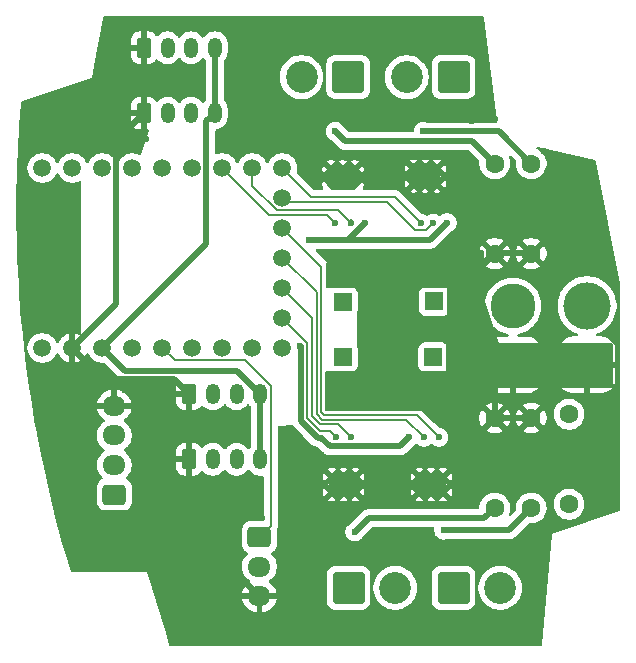
<source format=gbr>
%TF.GenerationSoftware,KiCad,Pcbnew,9.0.6*%
%TF.CreationDate,2026-01-30T21:11:36+09:00*%
%TF.ProjectId,v2_MotorDriver,76325f4d-6f74-46f7-9244-72697665722e,rev?*%
%TF.SameCoordinates,Original*%
%TF.FileFunction,Copper,L2,Bot*%
%TF.FilePolarity,Positive*%
%FSLAX46Y46*%
G04 Gerber Fmt 4.6, Leading zero omitted, Abs format (unit mm)*
G04 Created by KiCad (PCBNEW 9.0.6) date 2026-01-30 21:11:36*
%MOMM*%
%LPD*%
G01*
G04 APERTURE LIST*
G04 Aperture macros list*
%AMRoundRect*
0 Rectangle with rounded corners*
0 $1 Rounding radius*
0 $2 $3 $4 $5 $6 $7 $8 $9 X,Y pos of 4 corners*
0 Add a 4 corners polygon primitive as box body*
4,1,4,$2,$3,$4,$5,$6,$7,$8,$9,$2,$3,0*
0 Add four circle primitives for the rounded corners*
1,1,$1+$1,$2,$3*
1,1,$1+$1,$4,$5*
1,1,$1+$1,$6,$7*
1,1,$1+$1,$8,$9*
0 Add four rect primitives between the rounded corners*
20,1,$1+$1,$2,$3,$4,$5,0*
20,1,$1+$1,$4,$5,$6,$7,0*
20,1,$1+$1,$6,$7,$8,$9,0*
20,1,$1+$1,$8,$9,$2,$3,0*%
G04 Aperture macros list end*
%TA.AperFunction,Conductor*%
%ADD10C,0.200000*%
%TD*%
%TA.AperFunction,ComponentPad*%
%ADD11RoundRect,0.250000X-0.350000X-0.625000X0.350000X-0.625000X0.350000X0.625000X-0.350000X0.625000X0*%
%TD*%
%TA.AperFunction,ComponentPad*%
%ADD12O,1.200000X1.750000*%
%TD*%
%TA.AperFunction,ComponentPad*%
%ADD13RoundRect,0.250000X-0.550000X0.550000X-0.550000X-0.550000X0.550000X-0.550000X0.550000X0.550000X0*%
%TD*%
%TA.AperFunction,ComponentPad*%
%ADD14C,1.600000*%
%TD*%
%TA.AperFunction,ComponentPad*%
%ADD15RoundRect,0.760000X1.140000X-1.140000X1.140000X1.140000X-1.140000X1.140000X-1.140000X-1.140000X0*%
%TD*%
%TA.AperFunction,ComponentPad*%
%ADD16C,3.800000*%
%TD*%
%TA.AperFunction,ComponentPad*%
%ADD17RoundRect,0.250001X1.099999X1.099999X-1.099999X1.099999X-1.099999X-1.099999X1.099999X-1.099999X0*%
%TD*%
%TA.AperFunction,ComponentPad*%
%ADD18C,2.700000*%
%TD*%
%TA.AperFunction,ComponentPad*%
%ADD19RoundRect,0.250000X0.725000X-0.600000X0.725000X0.600000X-0.725000X0.600000X-0.725000X-0.600000X0*%
%TD*%
%TA.AperFunction,ComponentPad*%
%ADD20O,1.950000X1.700000*%
%TD*%
%TA.AperFunction,ComponentPad*%
%ADD21RoundRect,0.250001X-1.099999X-1.099999X1.099999X-1.099999X1.099999X1.099999X-1.099999X1.099999X0*%
%TD*%
%TA.AperFunction,ComponentPad*%
%ADD22C,1.500000*%
%TD*%
%TA.AperFunction,ComponentPad*%
%ADD23RoundRect,0.250000X0.550000X-0.550000X0.550000X0.550000X-0.550000X0.550000X-0.550000X-0.550000X0*%
%TD*%
%TA.AperFunction,HeatsinkPad*%
%ADD24C,0.500000*%
%TD*%
%TA.AperFunction,HeatsinkPad*%
%ADD25R,2.500000X1.800000*%
%TD*%
%TA.AperFunction,ComponentPad*%
%ADD26RoundRect,0.250000X-0.725000X0.600000X-0.725000X-0.600000X0.725000X-0.600000X0.725000X0.600000X0*%
%TD*%
%TA.AperFunction,ComponentPad*%
%ADD27C,4.000000*%
%TD*%
%TA.AperFunction,ViaPad*%
%ADD28C,0.600000*%
%TD*%
%TA.AperFunction,Conductor*%
%ADD29C,0.500000*%
%TD*%
G04 APERTURE END LIST*
D10*
%TO.N,GND*%
X176479200Y-110642400D02*
X166725600Y-110642400D01*
X166827200Y-106934000D01*
X176479200Y-106934000D01*
X176479200Y-110642400D01*
%TA.AperFunction,Conductor*%
G36*
X176479200Y-110642400D02*
G01*
X166725600Y-110642400D01*
X166827200Y-106934000D01*
X176479200Y-106934000D01*
X176479200Y-110642400D01*
G37*
%TD.AperFunction*%
X165557200Y-103174800D02*
X166827200Y-106934000D01*
X166725600Y-110490000D01*
X165252400Y-112572800D01*
X152298400Y-112572800D01*
X152298400Y-109372400D01*
X162560000Y-109372400D01*
X162610800Y-102108000D01*
X152400000Y-102108000D01*
X152349200Y-100164900D01*
X153365200Y-99110800D01*
X165608000Y-99110800D01*
X165557200Y-103174800D01*
%TA.AperFunction,Conductor*%
G36*
X165557200Y-103174800D02*
G01*
X166827200Y-106934000D01*
X166725600Y-110490000D01*
X165252400Y-112572800D01*
X152298400Y-112572800D01*
X152298400Y-109372400D01*
X162560000Y-109372400D01*
X162610800Y-102108000D01*
X152400000Y-102108000D01*
X152349200Y-100164900D01*
X153365200Y-99110800D01*
X165608000Y-99110800D01*
X165557200Y-103174800D01*
G37*
%TD.AperFunction*%
%TD*%
D11*
%TO.P,E3,1,Pin_1*%
%TO.N,GND*%
X140716000Y-116738400D03*
D12*
%TO.P,E3,2,Pin_2*%
%TO.N,15*%
X142716000Y-116738400D03*
%TO.P,E3,3,Pin_3*%
%TO.N,14*%
X144716000Y-116738400D03*
%TO.P,E3,4,Pin_4*%
%TO.N,+3V3*%
X146716000Y-116738400D03*
%TD*%
D13*
%TO.P,C4,1*%
%TO.N,VCC*%
X153720800Y-108102400D03*
D14*
%TO.P,C4,2*%
%TO.N,GND*%
X153720800Y-110602400D03*
%TD*%
%TO.P,R5,1*%
%TO.N,Net-(TB67H3-RS)*%
X169672000Y-120853200D03*
%TO.P,R5,2*%
%TO.N,GND*%
X169672000Y-113233200D03*
%TD*%
D15*
%TO.P,MP1,1,Pin_1*%
%TO.N,GND*%
X168122600Y-108748200D03*
D16*
%TO.P,MP1,2,Pin_2*%
%TO.N,VCC*%
X168122600Y-103748200D03*
%TD*%
D17*
%TO.P,M2,1,Pin_1*%
%TO.N,Net-(M2-Pin_1)*%
X163098365Y-84370000D03*
D18*
%TO.P,M2,2,Pin_2*%
%TO.N,Net-(M2-Pin_2)*%
X159138365Y-84370000D03*
%TD*%
D14*
%TO.P,R6,1*%
%TO.N,Net-(TB67H4-RS)*%
X166573200Y-120853200D03*
%TO.P,R6,2*%
%TO.N,GND*%
X166573200Y-113233200D03*
%TD*%
D19*
%TO.P,J6,1,Pin_1*%
%TO.N,Net-(J6-Pin_1)*%
X134366000Y-119717200D03*
D20*
%TO.P,J6,2,Pin_2*%
%TO.N,Net-(J6-Pin_2)*%
X134366000Y-117217200D03*
%TO.P,J6,3,Pin_3*%
%TO.N,Net-(D1-A)*%
X134366000Y-114717200D03*
%TO.P,J6,4,Pin_4*%
%TO.N,GND*%
X134366000Y-112217200D03*
%TD*%
D13*
%TO.P,C3,1*%
%TO.N,VCC*%
X161391600Y-108102400D03*
D14*
%TO.P,C3,2*%
%TO.N,GND*%
X161391600Y-110602400D03*
%TD*%
%TO.P,R3,1*%
%TO.N,Net-(TB67H1-RS)*%
X166573200Y-91694000D03*
%TO.P,R3,2*%
%TO.N,GND*%
X166573200Y-99314000D03*
%TD*%
D21*
%TO.P,M4,1,Pin_1*%
%TO.N,Net-(M4-Pin_1)*%
X154198500Y-127618400D03*
D18*
%TO.P,M4,2,Pin_2*%
%TO.N,Net-(M4-Pin_2)*%
X158158500Y-127618400D03*
%TD*%
D22*
%TO.P,RP2040_Zero1,1,0*%
%TO.N,Net-(J6-Pin_1)*%
X128270000Y-92075000D03*
%TO.P,RP2040_Zero1,2,1*%
%TO.N,Net-(J6-Pin_2)*%
X130810000Y-92075000D03*
%TO.P,RP2040_Zero1,3,2*%
%TO.N,2*%
X133350000Y-92075000D03*
%TO.P,RP2040_Zero1,4,3*%
%TO.N,3*%
X135890000Y-92075000D03*
%TO.P,RP2040_Zero1,5,4*%
%TO.N,4*%
X138430000Y-92075000D03*
%TO.P,RP2040_Zero1,6,5*%
%TO.N,5*%
X140970000Y-92075000D03*
%TO.P,RP2040_Zero1,7,6*%
%TO.N,Net-(RP2040_Zero1-6)*%
X143510000Y-92075000D03*
%TO.P,RP2040_Zero1,8,7*%
%TO.N,Net-(RP2040_Zero1-7)*%
X146050000Y-92075000D03*
%TO.P,RP2040_Zero1,9,8*%
%TO.N,Net-(RP2040_Zero1-8)*%
X148590000Y-92075000D03*
%TO.P,RP2040_Zero1,10,9*%
%TO.N,Net-(RP2040_Zero1-9)*%
X148590000Y-94615000D03*
%TO.P,RP2040_Zero1,11,10*%
%TO.N,Net-(RP2040_Zero1-10)*%
X148590000Y-97155000D03*
%TO.P,RP2040_Zero1,12,11*%
%TO.N,Net-(RP2040_Zero1-11)*%
X148590000Y-99695000D03*
%TO.P,RP2040_Zero1,13,12*%
%TO.N,Net-(RP2040_Zero1-12)*%
X148590000Y-102235000D03*
%TO.P,RP2040_Zero1,14,13*%
%TO.N,Net-(RP2040_Zero1-13)*%
X148590000Y-104775000D03*
%TO.P,RP2040_Zero1,15,14*%
%TO.N,14*%
X148590000Y-107315000D03*
%TO.P,RP2040_Zero1,16,15*%
%TO.N,15*%
X146050000Y-107315000D03*
%TO.P,RP2040_Zero1,17,26*%
%TO.N,26*%
X143510000Y-107315000D03*
%TO.P,RP2040_Zero1,18,27*%
%TO.N,27*%
X140970000Y-107315000D03*
%TO.P,RP2040_Zero1,19,28*%
%TO.N,Net-(BLC_Sign1-Pin_1)*%
X138430000Y-107315000D03*
%TO.P,RP2040_Zero1,20,29*%
%TO.N,unconnected-(RP2040_Zero1-29-Pad20)*%
X135890000Y-107315000D03*
%TO.P,RP2040_Zero1,21,3V3*%
%TO.N,+3V3*%
X133350000Y-107315000D03*
%TO.P,RP2040_Zero1,22,GND*%
%TO.N,GND*%
X130810000Y-107315000D03*
%TO.P,RP2040_Zero1,23,5V*%
%TO.N,Net-(D1-K)*%
X128270000Y-107315000D03*
%TD*%
D11*
%TO.P,E1,1,Pin_1*%
%TO.N,GND*%
X136875000Y-87426800D03*
D12*
%TO.P,E1,2,Pin_2*%
%TO.N,4*%
X138875000Y-87426800D03*
%TO.P,E1,3,Pin_3*%
%TO.N,5*%
X140875000Y-87426800D03*
%TO.P,E1,4,Pin_4*%
%TO.N,+3V3*%
X142875000Y-87426800D03*
%TD*%
D23*
%TO.P,C1,1*%
%TO.N,VCC*%
X153720800Y-103388800D03*
D14*
%TO.P,C1,2*%
%TO.N,GND*%
X153720800Y-100888800D03*
%TD*%
D23*
%TO.P,C2,1*%
%TO.N,VCC*%
X161442400Y-103338000D03*
D14*
%TO.P,C2,2*%
%TO.N,GND*%
X161442400Y-100838000D03*
%TD*%
%TO.P,R2,1*%
%TO.N,Net-(D2-A)*%
X172872400Y-120548400D03*
%TO.P,R2,2*%
%TO.N,VCC*%
X172872400Y-112928400D03*
%TD*%
D24*
%TO.P,TB67H3,9,GND(PAD)*%
%TO.N,GND*%
X162200400Y-118210800D03*
X161200400Y-118210800D03*
X160200400Y-118210800D03*
D25*
X161200400Y-118860800D03*
D24*
X162200400Y-119510800D03*
X161200400Y-119510800D03*
X160200400Y-119510800D03*
%TD*%
D14*
%TO.P,R4,1*%
%TO.N,Net-(TB67H2-RS)*%
X169672000Y-91694000D03*
%TO.P,R4,2*%
%TO.N,GND*%
X169672000Y-99314000D03*
%TD*%
D11*
%TO.P,E2,1,Pin_1*%
%TO.N,GND*%
X136875000Y-81889600D03*
D12*
%TO.P,E2,2,Pin_2*%
%TO.N,2*%
X138875000Y-81889600D03*
%TO.P,E2,3,Pin_3*%
%TO.N,3*%
X140875000Y-81889600D03*
%TO.P,E2,4,Pin_4*%
%TO.N,+3V3*%
X142875000Y-81889600D03*
%TD*%
D24*
%TO.P,TB67H2,9,GND(PAD)*%
%TO.N,GND*%
X159705800Y-93410800D03*
X160705800Y-93410800D03*
X161705800Y-93410800D03*
D25*
X160705800Y-92760800D03*
D24*
X159705800Y-92110800D03*
X160705800Y-92110800D03*
X161705800Y-92110800D03*
%TD*%
%TO.P,TB67H1,9,GND(PAD)*%
%TO.N,GND*%
X152720800Y-93475800D03*
X153720800Y-93475800D03*
X154720800Y-93475800D03*
D25*
X153720800Y-92825800D03*
D24*
X152720800Y-92175800D03*
X153720800Y-92175800D03*
X154720800Y-92175800D03*
%TD*%
D21*
%TO.P,M3,1,Pin_1*%
%TO.N,Net-(M3-Pin_1)*%
X163088500Y-127618400D03*
D18*
%TO.P,M3,2,Pin_2*%
%TO.N,Net-(M3-Pin_2)*%
X167048500Y-127618400D03*
%TD*%
D24*
%TO.P,TB67H4,9,GND(PAD)*%
%TO.N,GND*%
X154783600Y-118210800D03*
X153783600Y-118210800D03*
X152783600Y-118210800D03*
D25*
X153783600Y-118860800D03*
D24*
X154783600Y-119510800D03*
X153783600Y-119510800D03*
X152783600Y-119510800D03*
%TD*%
D17*
%TO.P,M1,1,Pin_1*%
%TO.N,Net-(M1-Pin_1)*%
X154182118Y-84370000D03*
D18*
%TO.P,M1,2,Pin_2*%
%TO.N,Net-(M1-Pin_2)*%
X150222118Y-84370000D03*
%TD*%
D26*
%TO.P,BLC_Sign1,1,Pin_1*%
%TO.N,Net-(BLC_Sign1-Pin_1)*%
X146659600Y-123320800D03*
D20*
%TO.P,BLC_Sign1,2,Pin_2*%
%TO.N,unconnected-(BLC_Sign1-Pin_2-Pad2)*%
X146659600Y-125820800D03*
%TO.P,BLC_Sign1,3,Pin_3*%
%TO.N,GND*%
X146659600Y-128320800D03*
%TD*%
D11*
%TO.P,E4,1,Pin_1*%
%TO.N,GND*%
X140716000Y-111201200D03*
D12*
%TO.P,E4,2,Pin_2*%
%TO.N,26*%
X142716000Y-111201200D03*
%TO.P,E4,3,Pin_3*%
%TO.N,27*%
X144716000Y-111201200D03*
%TO.P,E4,4,Pin_4*%
%TO.N,+3V3*%
X146716000Y-111201200D03*
%TD*%
D15*
%TO.P,BLC_Pow1,1,Pin_1*%
%TO.N,GND*%
X174396400Y-108733600D03*
D27*
%TO.P,BLC_Pow1,2,Pin_2*%
%TO.N,VCC*%
X174396400Y-103733600D03*
%TD*%
D28*
%TO.N,GND*%
X132384800Y-86512400D03*
X166573200Y-87884000D03*
X143306800Y-121259600D03*
X131318000Y-125323600D03*
X134061200Y-80314800D03*
X127914400Y-87071200D03*
X145694400Y-85090000D03*
X149199600Y-80518000D03*
X164541200Y-80264000D03*
X171805600Y-94488000D03*
X170281600Y-124358400D03*
X171500800Y-118059200D03*
X167792400Y-115570000D03*
X160629600Y-130810000D03*
X167487600Y-131013200D03*
X153720800Y-131521200D03*
X140106400Y-129082800D03*
X135737600Y-123139200D03*
X132435600Y-119227600D03*
X128219200Y-114706400D03*
X127762000Y-112115600D03*
X129438400Y-99720400D03*
X148488400Y-121513600D03*
X146862800Y-121716800D03*
X143967200Y-86055200D03*
X143306800Y-89052400D03*
X143306800Y-90576400D03*
X166319200Y-97637600D03*
X141427200Y-112826800D03*
X151536400Y-123139200D03*
X145186400Y-124764800D03*
X150774400Y-90271600D03*
X133654800Y-110642400D03*
X131521200Y-108864400D03*
X135280400Y-110845600D03*
X135585200Y-115925600D03*
X133146800Y-113487200D03*
X130962400Y-112979200D03*
X126644400Y-92303600D03*
X126542800Y-101447600D03*
X129590800Y-106426000D03*
X129590800Y-92964000D03*
X132130800Y-91084400D03*
X135940800Y-83362800D03*
X141833600Y-83261200D03*
X139801600Y-86004400D03*
X139852400Y-80467200D03*
X147320000Y-91084400D03*
X150774400Y-92760800D03*
X156565600Y-82092800D03*
X156514800Y-88442800D03*
X157175200Y-88392000D03*
X164693600Y-88087200D03*
X176580800Y-100482400D03*
X170789600Y-90627200D03*
X168097200Y-91643200D03*
X166370000Y-93370400D03*
X171043600Y-100380800D03*
X168554400Y-100380800D03*
X167690800Y-100380800D03*
X169773600Y-111455200D03*
X165354000Y-108305600D03*
X176834800Y-110642400D03*
X171602400Y-109982000D03*
X176834800Y-106578400D03*
X171754800Y-106883200D03*
X176072800Y-119075200D03*
X174701200Y-116789200D03*
X164338000Y-113080800D03*
X164236400Y-120599200D03*
X147878800Y-129946400D03*
X148132800Y-124764800D03*
X135890000Y-118313200D03*
X145694400Y-118160800D03*
X148488400Y-114249200D03*
X141782800Y-115316000D03*
X144881600Y-112928400D03*
X137922000Y-111455200D03*
X137058400Y-89611200D03*
X134551000Y-91084400D03*
X134315200Y-87833200D03*
X136875000Y-85293200D03*
%TO.N,+3V3*%
X155610000Y-96723200D03*
X151892000Y-114909600D03*
X159308800Y-114858800D03*
X150885600Y-98196400D03*
X150073635Y-107107165D03*
X162555352Y-96695640D03*
%TO.N,Net-(TB67H1-RS)*%
X153060400Y-88950800D03*
%TO.N,Net-(TB67H2-RS)*%
X160528431Y-88971700D03*
%TO.N,Net-(TB67H3-RS)*%
X162255200Y-122732800D03*
%TO.N,Net-(TB67H4-RS)*%
X154736800Y-122885200D03*
%TO.N,Net-(RP2040_Zero1-7)*%
X154381200Y-96723200D03*
%TO.N,Net-(RP2040_Zero1-8)*%
X160323130Y-96732800D03*
%TO.N,Net-(RP2040_Zero1-13)*%
X153162000Y-114858800D03*
%TO.N,Net-(RP2040_Zero1-11)*%
X160578800Y-114858800D03*
%TO.N,Net-(RP2040_Zero1-12)*%
X154381200Y-114858800D03*
%TO.N,Net-(RP2040_Zero1-6)*%
X153060400Y-96723200D03*
%TO.N,Net-(RP2040_Zero1-9)*%
X161391600Y-96732800D03*
%TO.N,Net-(RP2040_Zero1-10)*%
X161848800Y-114858800D03*
%TD*%
D29*
%TO.N,+3V3*%
X142875000Y-81889600D02*
X142875000Y-87426800D01*
%TO.N,GND*%
X134551000Y-91084400D02*
X134551000Y-89750800D01*
X136875000Y-85293200D02*
X136875000Y-87426800D01*
X139446000Y-109931200D02*
X140716000Y-111201200D01*
X169672000Y-113233200D02*
X166573200Y-113233200D01*
X140716000Y-116738400D02*
X140716000Y-122377200D01*
X166547800Y-99263200D02*
X169722800Y-99263200D01*
X130810000Y-107315000D02*
X133426200Y-109931200D01*
X140716000Y-111201200D02*
X140716000Y-116738400D01*
X136875000Y-81889600D02*
X136875000Y-85293200D01*
X166573200Y-113233200D02*
X166573200Y-110297600D01*
X166547800Y-99263200D02*
X163728400Y-102082600D01*
X134551000Y-103574000D02*
X134551000Y-91084400D01*
X134551000Y-89750800D02*
X136875000Y-87426800D01*
X130810000Y-107315000D02*
X134551000Y-103574000D01*
X166573200Y-110297600D02*
X168122600Y-108748200D01*
X133426200Y-109931200D02*
X139446000Y-109931200D01*
X163728400Y-104354000D02*
X168122600Y-108748200D01*
X140716000Y-122377200D02*
X146659600Y-128320800D01*
X163728400Y-102082600D02*
X163728400Y-104354000D01*
D10*
%TO.N,Net-(BLC_Sign1-Pin_1)*%
X145430006Y-108366000D02*
X139481000Y-108366000D01*
X146659600Y-123320800D02*
X147617000Y-122363400D01*
X147617000Y-122363400D02*
X147617000Y-110552994D01*
X147617000Y-110552994D02*
X145430006Y-108366000D01*
X139481000Y-108366000D02*
X138430000Y-107315000D01*
D29*
%TO.N,+3V3*%
X152603200Y-98196400D02*
X154136800Y-98196400D01*
X150143400Y-107107632D02*
X150074102Y-107107632D01*
X151892000Y-114909600D02*
X152592200Y-115609800D01*
X150074102Y-107107632D02*
X150073635Y-107107165D01*
X154136800Y-98196400D02*
X154187600Y-98145600D01*
X154187600Y-98145600D02*
X161105392Y-98145600D01*
X158557800Y-115609800D02*
X159308800Y-114858800D01*
X144745000Y-109230200D02*
X146716000Y-111201200D01*
X142171000Y-98494000D02*
X133350000Y-107315000D01*
X146716000Y-111201200D02*
X146716000Y-116738400D01*
X151587568Y-114909600D02*
X151892000Y-114909600D01*
X133350000Y-107315000D02*
X135265200Y-109230200D01*
X152603200Y-98196400D02*
X150885600Y-98196400D01*
X154187600Y-98145600D02*
X155610000Y-96723200D01*
X161105392Y-98145600D02*
X162555352Y-96695640D01*
X135265200Y-109230200D02*
X144745000Y-109230200D01*
X142171000Y-88130800D02*
X142171000Y-98494000D01*
X150143400Y-113465432D02*
X151587568Y-114909600D01*
X142875000Y-87426800D02*
X142171000Y-88130800D01*
X152592200Y-115609800D02*
X158557800Y-115609800D01*
X150143400Y-107107632D02*
X150143400Y-113465432D01*
%TO.N,Net-(TB67H1-RS)*%
X153924000Y-89814400D02*
X153060400Y-88950800D01*
X166573200Y-91694000D02*
X164693600Y-89814400D01*
X164693600Y-89814400D02*
X153924000Y-89814400D01*
%TO.N,Net-(TB67H2-RS)*%
X166949700Y-88971700D02*
X169672000Y-91694000D01*
X160528431Y-88971700D02*
X166949700Y-88971700D01*
%TO.N,Net-(TB67H3-RS)*%
X162255200Y-122732800D02*
X167792400Y-122732800D01*
X167792400Y-122732800D02*
X169672000Y-120853200D01*
%TO.N,Net-(TB67H4-RS)*%
X155905200Y-121716800D02*
X165709600Y-121716800D01*
X165709600Y-121716800D02*
X166573200Y-120853200D01*
X154736800Y-122885200D02*
X155905200Y-121716800D01*
D10*
%TO.N,Net-(RP2040_Zero1-7)*%
X148154661Y-95666000D02*
X146050000Y-93561339D01*
X154381200Y-96723200D02*
X153314400Y-95656400D01*
X149025339Y-95666000D02*
X148154661Y-95666000D01*
X153314400Y-95656400D02*
X149034939Y-95656400D01*
X149034939Y-95656400D02*
X149025339Y-95666000D01*
X146050000Y-93561339D02*
X146050000Y-92075000D01*
X154381200Y-96723200D02*
X154381200Y-96379861D01*
%TO.N,Net-(RP2040_Zero1-8)*%
X148590000Y-92075000D02*
X151053800Y-94538800D01*
X151053800Y-94538800D02*
X158129130Y-94538800D01*
X158129130Y-94538800D02*
X160323130Y-96732800D01*
%TO.N,Net-(RP2040_Zero1-13)*%
X153162000Y-114858800D02*
X152611800Y-114308600D01*
X151765800Y-114308600D02*
X150694400Y-113237200D01*
X152611800Y-114308600D02*
X151765800Y-114308600D01*
X150694400Y-106879400D02*
X148590000Y-104775000D01*
X150694400Y-113237200D02*
X150694400Y-106879400D01*
%TO.N,Net-(RP2040_Zero1-11)*%
X151496400Y-112905000D02*
X151496400Y-102601400D01*
X160578800Y-114858800D02*
X159094800Y-113374800D01*
X159094800Y-113374800D02*
X151966200Y-113374800D01*
X151496400Y-102601400D02*
X148590000Y-99695000D01*
X151966200Y-113374800D02*
X151496400Y-112905000D01*
%TO.N,Net-(RP2040_Zero1-12)*%
X154381200Y-114858800D02*
X153298200Y-113775800D01*
X151095400Y-113071100D02*
X151095400Y-104740400D01*
X153298200Y-113775800D02*
X151800100Y-113775800D01*
X151800100Y-113775800D02*
X151095400Y-113071100D01*
X151095400Y-104740400D02*
X148590000Y-102235000D01*
%TO.N,Net-(RP2040_Zero1-6)*%
X152404200Y-96067000D02*
X147502000Y-96067000D01*
X147502000Y-96067000D02*
X143510000Y-92075000D01*
X153060400Y-96723200D02*
X152404200Y-96067000D01*
%TO.N,Net-(RP2040_Zero1-9)*%
X148920200Y-94945200D02*
X148590000Y-94615000D01*
X159867600Y-97332800D02*
X157480000Y-94945200D01*
X160791600Y-97332800D02*
X159867600Y-97332800D01*
X161391600Y-96732800D02*
X160791600Y-97332800D01*
X157480000Y-94945200D02*
X148920200Y-94945200D01*
%TO.N,Net-(RP2040_Zero1-10)*%
X161848800Y-114858800D02*
X159963800Y-112973800D01*
X151897400Y-100462400D02*
X148590000Y-97155000D01*
X152132300Y-112973800D02*
X151897400Y-112738900D01*
X159963800Y-112973800D02*
X152132300Y-112973800D01*
X151897400Y-112738900D02*
X151897400Y-100462400D01*
%TD*%
%TA.AperFunction,Conductor*%
%TO.N,GND*%
G36*
X152698814Y-109242478D02*
G01*
X152702140Y-109245108D01*
X152702144Y-109245112D01*
X152851466Y-109337214D01*
X152913240Y-109357684D01*
X152970684Y-109397455D01*
X152997507Y-109461971D01*
X152997853Y-109485119D01*
X152994877Y-109522924D01*
X153674354Y-110202400D01*
X153668139Y-110202400D01*
X153566406Y-110229659D01*
X153475194Y-110282320D01*
X153400720Y-110356794D01*
X153348059Y-110448006D01*
X153320800Y-110549739D01*
X153320800Y-110555953D01*
X152641323Y-109876477D01*
X152631629Y-109877240D01*
X152563252Y-109862876D01*
X152513495Y-109813824D01*
X152497900Y-109753622D01*
X152497900Y-109339742D01*
X152517585Y-109272703D01*
X152570389Y-109226948D01*
X152639547Y-109217004D01*
X152698814Y-109242478D01*
G37*
%TD.AperFunction*%
%TA.AperFunction,Conductor*%
G36*
X153320800Y-100941461D02*
G01*
X153348059Y-101043194D01*
X153400720Y-101134406D01*
X153475194Y-101208880D01*
X153566406Y-101261541D01*
X153668139Y-101288800D01*
X153674353Y-101288800D01*
X152994876Y-101968274D01*
X152997852Y-102006082D01*
X152983487Y-102074459D01*
X152934436Y-102124215D01*
X152913240Y-102133515D01*
X152851472Y-102153984D01*
X152851463Y-102153987D01*
X152702138Y-102246091D01*
X152698807Y-102248726D01*
X152696092Y-102249820D01*
X152695997Y-102249880D01*
X152695986Y-102249863D01*
X152634011Y-102274864D01*
X152565369Y-102261821D01*
X152514676Y-102213739D01*
X152497900Y-102151457D01*
X152497900Y-101737577D01*
X152517585Y-101670538D01*
X152570389Y-101624783D01*
X152631629Y-101613959D01*
X152641324Y-101614722D01*
X153320800Y-100935246D01*
X153320800Y-100941461D01*
G37*
%TD.AperFunction*%
%TA.AperFunction,Conductor*%
G36*
X165581465Y-79240498D02*
G01*
X165648501Y-79260183D01*
X165694256Y-79312987D01*
X165704487Y-79348981D01*
X166805909Y-88081683D01*
X166794768Y-88150659D01*
X166748105Y-88202662D01*
X166682884Y-88221200D01*
X160833035Y-88221200D01*
X160785586Y-88211762D01*
X160761928Y-88201963D01*
X160761924Y-88201962D01*
X160761919Y-88201960D01*
X160607276Y-88171200D01*
X160607273Y-88171200D01*
X160449589Y-88171200D01*
X160449586Y-88171200D01*
X160294941Y-88201961D01*
X160294929Y-88201964D01*
X160149258Y-88262302D01*
X160149245Y-88262309D01*
X160018142Y-88349910D01*
X160018138Y-88349913D01*
X159906644Y-88461407D01*
X159906641Y-88461411D01*
X159819040Y-88592514D01*
X159819033Y-88592527D01*
X159758695Y-88738198D01*
X159758692Y-88738210D01*
X159727931Y-88892853D01*
X159727931Y-88939900D01*
X159708246Y-89006939D01*
X159655442Y-89052694D01*
X159603931Y-89063900D01*
X154286230Y-89063900D01*
X154219191Y-89044215D01*
X154198549Y-89027581D01*
X153806471Y-88635503D01*
X153779591Y-88595275D01*
X153769794Y-88571621D01*
X153735399Y-88520145D01*
X153682189Y-88440510D01*
X153570692Y-88329013D01*
X153570688Y-88329010D01*
X153439585Y-88241409D01*
X153439572Y-88241402D01*
X153293901Y-88181064D01*
X153293889Y-88181061D01*
X153139245Y-88150300D01*
X153139242Y-88150300D01*
X152981558Y-88150300D01*
X152981555Y-88150300D01*
X152826910Y-88181061D01*
X152826898Y-88181064D01*
X152681227Y-88241402D01*
X152681214Y-88241409D01*
X152550111Y-88329010D01*
X152550107Y-88329013D01*
X152438613Y-88440507D01*
X152438610Y-88440511D01*
X152351009Y-88571614D01*
X152351002Y-88571627D01*
X152290664Y-88717298D01*
X152290661Y-88717310D01*
X152259900Y-88871953D01*
X152259900Y-89029646D01*
X152290661Y-89184289D01*
X152290664Y-89184301D01*
X152351002Y-89329972D01*
X152351009Y-89329985D01*
X152438610Y-89461088D01*
X152438613Y-89461092D01*
X152550110Y-89572589D01*
X152681215Y-89660190D01*
X152681221Y-89660194D01*
X152704875Y-89669991D01*
X152745103Y-89696871D01*
X153445586Y-90397354D01*
X153453016Y-90402318D01*
X153487746Y-90425523D01*
X153568505Y-90479484D01*
X153568506Y-90479484D01*
X153568507Y-90479485D01*
X153592553Y-90489445D01*
X153705087Y-90536058D01*
X153705091Y-90536058D01*
X153705092Y-90536059D01*
X153850079Y-90564900D01*
X153850082Y-90564900D01*
X153850083Y-90564900D01*
X153997918Y-90564900D01*
X164331370Y-90564900D01*
X164398409Y-90584585D01*
X164419051Y-90601219D01*
X165246726Y-91428894D01*
X165280211Y-91490217D01*
X165281518Y-91535972D01*
X165272700Y-91591647D01*
X165272700Y-91796351D01*
X165304722Y-91998534D01*
X165367981Y-92193223D01*
X165460915Y-92375613D01*
X165581228Y-92541213D01*
X165725986Y-92685971D01*
X165880949Y-92798556D01*
X165891590Y-92806287D01*
X166007807Y-92865503D01*
X166073976Y-92899218D01*
X166073978Y-92899218D01*
X166073981Y-92899220D01*
X166178337Y-92933127D01*
X166268665Y-92962477D01*
X166369757Y-92978488D01*
X166470848Y-92994500D01*
X166470849Y-92994500D01*
X166675551Y-92994500D01*
X166675552Y-92994500D01*
X166877734Y-92962477D01*
X167072419Y-92899220D01*
X167254810Y-92806287D01*
X167347790Y-92738732D01*
X167420413Y-92685971D01*
X167420415Y-92685968D01*
X167420419Y-92685966D01*
X167565166Y-92541219D01*
X167565168Y-92541215D01*
X167565171Y-92541213D01*
X167642466Y-92434824D01*
X167685487Y-92375610D01*
X167778420Y-92193219D01*
X167841677Y-91998534D01*
X167873700Y-91796352D01*
X167873700Y-91591648D01*
X167864882Y-91535972D01*
X167841677Y-91389465D01*
X167799725Y-91260351D01*
X167778420Y-91194781D01*
X167778418Y-91194777D01*
X167777754Y-91192733D01*
X167775759Y-91122891D01*
X167811839Y-91063058D01*
X167874540Y-91032230D01*
X167943954Y-91040194D01*
X167983366Y-91066733D01*
X168345526Y-91428893D01*
X168379011Y-91490216D01*
X168380318Y-91535971D01*
X168371500Y-91591647D01*
X168371500Y-91796351D01*
X168403522Y-91998534D01*
X168466781Y-92193223D01*
X168559715Y-92375613D01*
X168680028Y-92541213D01*
X168824786Y-92685971D01*
X168979749Y-92798556D01*
X168990390Y-92806287D01*
X169106607Y-92865503D01*
X169172776Y-92899218D01*
X169172778Y-92899218D01*
X169172781Y-92899220D01*
X169277137Y-92933127D01*
X169367465Y-92962477D01*
X169468557Y-92978488D01*
X169569648Y-92994500D01*
X169569649Y-92994500D01*
X169774351Y-92994500D01*
X169774352Y-92994500D01*
X169976534Y-92962477D01*
X170171219Y-92899220D01*
X170353610Y-92806287D01*
X170446590Y-92738732D01*
X170519213Y-92685971D01*
X170519215Y-92685968D01*
X170519219Y-92685966D01*
X170663966Y-92541219D01*
X170663968Y-92541215D01*
X170663971Y-92541213D01*
X170741266Y-92434824D01*
X170784287Y-92375610D01*
X170877220Y-92193219D01*
X170940477Y-91998534D01*
X170972500Y-91796352D01*
X170972500Y-91591648D01*
X170963682Y-91535972D01*
X170940477Y-91389465D01*
X170877218Y-91194776D01*
X170811976Y-91066733D01*
X170784287Y-91012390D01*
X170736013Y-90945946D01*
X170663971Y-90846786D01*
X170519213Y-90702028D01*
X170353613Y-90581715D01*
X170353612Y-90581714D01*
X170353610Y-90581713D01*
X170179103Y-90492797D01*
X170128307Y-90444822D01*
X170111512Y-90377001D01*
X170134049Y-90310866D01*
X170188765Y-90267415D01*
X170258286Y-90260443D01*
X170264842Y-90261859D01*
X175056716Y-91433205D01*
X175117163Y-91468245D01*
X175148898Y-91529516D01*
X177204696Y-101886636D01*
X177207069Y-101910824D01*
X177199941Y-120976858D01*
X177180231Y-121043890D01*
X177127410Y-121089626D01*
X177116783Y-121093893D01*
X171399200Y-123088400D01*
X170565758Y-132431717D01*
X170540194Y-132496743D01*
X170483534Y-132537625D01*
X170442248Y-132544700D01*
X139148341Y-132544700D01*
X139081302Y-132525015D01*
X139035547Y-132472211D01*
X139029862Y-132457289D01*
X138713943Y-131434312D01*
X137109200Y-126238000D01*
X137109198Y-126237999D01*
X130801601Y-126278535D01*
X130734436Y-126259282D01*
X130688343Y-126206773D01*
X130682447Y-126191520D01*
X130638148Y-126049744D01*
X130448098Y-125441506D01*
X130447421Y-125439263D01*
X130352296Y-125112984D01*
X129898537Y-123556592D01*
X129897932Y-123554441D01*
X129385218Y-121661557D01*
X129384646Y-121659362D01*
X128908325Y-119757092D01*
X128907781Y-119754832D01*
X128467972Y-117843654D01*
X128467495Y-117841482D01*
X128064415Y-115922334D01*
X128063949Y-115920003D01*
X127967960Y-115415059D01*
X127815093Y-114610913D01*
X132890500Y-114610913D01*
X132890500Y-114823487D01*
X132895723Y-114856466D01*
X132908580Y-114937642D01*
X132923754Y-115033443D01*
X132942878Y-115092301D01*
X132989444Y-115235614D01*
X133085951Y-115425020D01*
X133210890Y-115596986D01*
X133361209Y-115747305D01*
X133361214Y-115747309D01*
X133525793Y-115866882D01*
X133568459Y-115922211D01*
X133574438Y-115991825D01*
X133541833Y-116053620D01*
X133525793Y-116067518D01*
X133361214Y-116187090D01*
X133361209Y-116187094D01*
X133210890Y-116337413D01*
X133085951Y-116509379D01*
X132989444Y-116698785D01*
X132923753Y-116900960D01*
X132890500Y-117110913D01*
X132890500Y-117323486D01*
X132923718Y-117533221D01*
X132923754Y-117533443D01*
X132987726Y-117730329D01*
X132989444Y-117735614D01*
X133085951Y-117925020D01*
X133210890Y-118096986D01*
X133349705Y-118235801D01*
X133383190Y-118297124D01*
X133378206Y-118366816D01*
X133336334Y-118422749D01*
X133327121Y-118429021D01*
X133172342Y-118524489D01*
X133048289Y-118648542D01*
X132956187Y-118797863D01*
X132956186Y-118797866D01*
X132901001Y-118964403D01*
X132901001Y-118964404D01*
X132901000Y-118964404D01*
X132890500Y-119067183D01*
X132890500Y-120367201D01*
X132890501Y-120367218D01*
X132901000Y-120469996D01*
X132901001Y-120469999D01*
X132904148Y-120479495D01*
X132956186Y-120636534D01*
X133048288Y-120785856D01*
X133172344Y-120909912D01*
X133321666Y-121002014D01*
X133488203Y-121057199D01*
X133590991Y-121067700D01*
X135141008Y-121067699D01*
X135243797Y-121057199D01*
X135410334Y-121002014D01*
X135559656Y-120909912D01*
X135683712Y-120785856D01*
X135775814Y-120636534D01*
X135830999Y-120469997D01*
X135841500Y-120367209D01*
X135841499Y-119067192D01*
X135830999Y-118964403D01*
X135775814Y-118797866D01*
X135683712Y-118648544D01*
X135559656Y-118524488D01*
X135410334Y-118432386D01*
X135410333Y-118432385D01*
X135404878Y-118429021D01*
X135358154Y-118377073D01*
X135346931Y-118308110D01*
X135374775Y-118244028D01*
X135382272Y-118235823D01*
X135521104Y-118096992D01*
X135528508Y-118086802D01*
X135646048Y-117925020D01*
X135646047Y-117925020D01*
X135646051Y-117925016D01*
X135742557Y-117735612D01*
X135808246Y-117533443D01*
X135841500Y-117323487D01*
X135841500Y-117110913D01*
X135808246Y-116900957D01*
X135742557Y-116698788D01*
X135646051Y-116509384D01*
X135646049Y-116509381D01*
X135646048Y-116509379D01*
X135521109Y-116337413D01*
X135370788Y-116187092D01*
X135334300Y-116160583D01*
X135334299Y-116160582D01*
X135206206Y-116067518D01*
X135163540Y-116012189D01*
X135157561Y-115942575D01*
X135190166Y-115880780D01*
X135206199Y-115866886D01*
X135370792Y-115747304D01*
X135521104Y-115596992D01*
X135521106Y-115596988D01*
X135521109Y-115596986D01*
X135646048Y-115425020D01*
X135646047Y-115425020D01*
X135646051Y-115425016D01*
X135742557Y-115235612D01*
X135808246Y-115033443D01*
X135841500Y-114823487D01*
X135841500Y-114610913D01*
X135808246Y-114400957D01*
X135742557Y-114198788D01*
X135646051Y-114009384D01*
X135646049Y-114009381D01*
X135646048Y-114009379D01*
X135521109Y-113837413D01*
X135370790Y-113687094D01*
X135370785Y-113687090D01*
X135205781Y-113567208D01*
X135163115Y-113511878D01*
X135157136Y-113442265D01*
X135189741Y-113380470D01*
X135205781Y-113366571D01*
X135370466Y-113246921D01*
X135520723Y-113096664D01*
X135520727Y-113096659D01*
X135645620Y-112924757D01*
X135742095Y-112735417D01*
X135807757Y-112533329D01*
X135807757Y-112533326D01*
X135818231Y-112467200D01*
X134770146Y-112467200D01*
X134808630Y-112400543D01*
X134841000Y-112279735D01*
X134841000Y-112154665D01*
X134808630Y-112033857D01*
X134770146Y-111967200D01*
X135818231Y-111967200D01*
X135807757Y-111901073D01*
X135807757Y-111901070D01*
X135742095Y-111698982D01*
X135645623Y-111509646D01*
X135618797Y-111472723D01*
X135618796Y-111472720D01*
X135520727Y-111337740D01*
X135520723Y-111337735D01*
X135370464Y-111187476D01*
X135370459Y-111187472D01*
X135198557Y-111062579D01*
X135009217Y-110966104D01*
X134807128Y-110900442D01*
X134616000Y-110870169D01*
X134616000Y-111813054D01*
X134549343Y-111774570D01*
X134428535Y-111742200D01*
X134303465Y-111742200D01*
X134182657Y-111774570D01*
X134116000Y-111813054D01*
X134116000Y-110870169D01*
X133924872Y-110900442D01*
X133924869Y-110900442D01*
X133722782Y-110966104D01*
X133533442Y-111062579D01*
X133361540Y-111187472D01*
X133361535Y-111187476D01*
X133211276Y-111337735D01*
X133211272Y-111337740D01*
X133086379Y-111509642D01*
X132989904Y-111698982D01*
X132924242Y-111901070D01*
X132924242Y-111901073D01*
X132913769Y-111967200D01*
X133961854Y-111967200D01*
X133923370Y-112033857D01*
X133891000Y-112154665D01*
X133891000Y-112279735D01*
X133923370Y-112400543D01*
X133961854Y-112467200D01*
X132913769Y-112467200D01*
X132924242Y-112533326D01*
X132924242Y-112533329D01*
X132989904Y-112735417D01*
X133086379Y-112924757D01*
X133211272Y-113096659D01*
X133211276Y-113096664D01*
X133361535Y-113246923D01*
X133361540Y-113246927D01*
X133526218Y-113366572D01*
X133568884Y-113421901D01*
X133574863Y-113491515D01*
X133542258Y-113553310D01*
X133526218Y-113567208D01*
X133361214Y-113687090D01*
X133361209Y-113687094D01*
X133210890Y-113837413D01*
X133085951Y-114009379D01*
X132989444Y-114198785D01*
X132923753Y-114400960D01*
X132901177Y-114543503D01*
X132890500Y-114610913D01*
X127815093Y-114610913D01*
X127697724Y-113993501D01*
X127697331Y-113991322D01*
X127368075Y-112058039D01*
X127367717Y-112055809D01*
X127075585Y-110116675D01*
X127075255Y-110114331D01*
X127069641Y-110071512D01*
X126820334Y-108169926D01*
X126820053Y-108167602D01*
X126602447Y-106218706D01*
X126602217Y-106216453D01*
X126421996Y-104263715D01*
X126421803Y-104261377D01*
X126279037Y-102305534D01*
X126278894Y-102303277D01*
X126173638Y-100345083D01*
X126173534Y-100342727D01*
X126169480Y-100225380D01*
X126105823Y-98382859D01*
X126105767Y-98380588D01*
X126075627Y-96419781D01*
X126075614Y-96417453D01*
X126075893Y-96344014D01*
X126083056Y-94456423D01*
X126083087Y-94454159D01*
X126128109Y-92493644D01*
X126128185Y-92491307D01*
X126149881Y-91976577D01*
X127019500Y-91976577D01*
X127019500Y-92173422D01*
X127050290Y-92367826D01*
X127111117Y-92555029D01*
X127177833Y-92685966D01*
X127200476Y-92730405D01*
X127316172Y-92889646D01*
X127455354Y-93028828D01*
X127614595Y-93144524D01*
X127697455Y-93186743D01*
X127789970Y-93233882D01*
X127789972Y-93233882D01*
X127789975Y-93233884D01*
X127890317Y-93266487D01*
X127977173Y-93294709D01*
X128171578Y-93325500D01*
X128171583Y-93325500D01*
X128368422Y-93325500D01*
X128562826Y-93294709D01*
X128569440Y-93292560D01*
X128750025Y-93233884D01*
X128925405Y-93144524D01*
X129084646Y-93028828D01*
X129223828Y-92889646D01*
X129339524Y-92730405D01*
X129428884Y-92555025D01*
X129429515Y-92553787D01*
X129477489Y-92502990D01*
X129545310Y-92486195D01*
X129611445Y-92508732D01*
X129650485Y-92553787D01*
X129740474Y-92730403D01*
X129762559Y-92760800D01*
X129856172Y-92889646D01*
X129995354Y-93028828D01*
X130154595Y-93144524D01*
X130237455Y-93186743D01*
X130329970Y-93233882D01*
X130329972Y-93233882D01*
X130329975Y-93233884D01*
X130430317Y-93266487D01*
X130517173Y-93294709D01*
X130711578Y-93325500D01*
X130711583Y-93325500D01*
X130908422Y-93325500D01*
X131102826Y-93294709D01*
X131109440Y-93292560D01*
X131290025Y-93233884D01*
X131391707Y-93182074D01*
X131460374Y-93169179D01*
X131525114Y-93195455D01*
X131565372Y-93252561D01*
X131572000Y-93292560D01*
X131572000Y-106098001D01*
X131552315Y-106165040D01*
X131499511Y-106210795D01*
X131430353Y-106220739D01*
X131391705Y-106208486D01*
X131289835Y-106156581D01*
X131102705Y-106095778D01*
X131060000Y-106089014D01*
X131060000Y-106939722D01*
X130983694Y-106895667D01*
X130869244Y-106865000D01*
X130750756Y-106865000D01*
X130636306Y-106895667D01*
X130560000Y-106939722D01*
X130560000Y-106089014D01*
X130559999Y-106089014D01*
X130517294Y-106095778D01*
X130330164Y-106156581D01*
X130154856Y-106245904D01*
X129995678Y-106361555D01*
X129856555Y-106500678D01*
X129740904Y-106659856D01*
X129650765Y-106836764D01*
X129602790Y-106887560D01*
X129534969Y-106904355D01*
X129468834Y-106881817D01*
X129429795Y-106836763D01*
X129339525Y-106659596D01*
X129312537Y-106622451D01*
X129223828Y-106500354D01*
X129084646Y-106361172D01*
X128925405Y-106245476D01*
X128903078Y-106234100D01*
X128750029Y-106156117D01*
X128562826Y-106095290D01*
X128368422Y-106064500D01*
X128368417Y-106064500D01*
X128171583Y-106064500D01*
X128171578Y-106064500D01*
X127977173Y-106095290D01*
X127789970Y-106156117D01*
X127614594Y-106245476D01*
X127523741Y-106311485D01*
X127455354Y-106361172D01*
X127455352Y-106361174D01*
X127455351Y-106361174D01*
X127316174Y-106500351D01*
X127316174Y-106500352D01*
X127316172Y-106500354D01*
X127310691Y-106507898D01*
X127200476Y-106659594D01*
X127111117Y-106834970D01*
X127050290Y-107022173D01*
X127019500Y-107216577D01*
X127019500Y-107413422D01*
X127050290Y-107607826D01*
X127111117Y-107795029D01*
X127141233Y-107854134D01*
X127200476Y-107970405D01*
X127316172Y-108129646D01*
X127455354Y-108268828D01*
X127614595Y-108384524D01*
X127697455Y-108426743D01*
X127789970Y-108473882D01*
X127789972Y-108473882D01*
X127789975Y-108473884D01*
X127819878Y-108483600D01*
X127977173Y-108534709D01*
X128171578Y-108565500D01*
X128171583Y-108565500D01*
X128368422Y-108565500D01*
X128562826Y-108534709D01*
X128564337Y-108534218D01*
X128750025Y-108473884D01*
X128925405Y-108384524D01*
X129084646Y-108268828D01*
X129223828Y-108129646D01*
X129339524Y-107970405D01*
X129428884Y-107795025D01*
X129428884Y-107795022D01*
X129429795Y-107793236D01*
X129477769Y-107742440D01*
X129545590Y-107725644D01*
X129611725Y-107748181D01*
X129650765Y-107793235D01*
X129740904Y-107970143D01*
X129856555Y-108129321D01*
X129995678Y-108268444D01*
X130154856Y-108384095D01*
X130330162Y-108473418D01*
X130517283Y-108534218D01*
X130560000Y-108540984D01*
X130560000Y-107690277D01*
X130636306Y-107734333D01*
X130750756Y-107765000D01*
X130869244Y-107765000D01*
X130983694Y-107734333D01*
X131060000Y-107690277D01*
X131060000Y-108540983D01*
X131102716Y-108534218D01*
X131289837Y-108473418D01*
X131465143Y-108384095D01*
X131624321Y-108268444D01*
X131763444Y-108129321D01*
X131879097Y-107970141D01*
X131969234Y-107793236D01*
X132017208Y-107742439D01*
X132085029Y-107725644D01*
X132151164Y-107748181D01*
X132190204Y-107793235D01*
X132191115Y-107795024D01*
X132191116Y-107795025D01*
X132280476Y-107970405D01*
X132396172Y-108129646D01*
X132535354Y-108268828D01*
X132694595Y-108384524D01*
X132777455Y-108426743D01*
X132869970Y-108473882D01*
X132869972Y-108473882D01*
X132869975Y-108473884D01*
X132899878Y-108483600D01*
X133057173Y-108534709D01*
X133251578Y-108565500D01*
X133251583Y-108565500D01*
X133448414Y-108565500D01*
X133448417Y-108565500D01*
X133464325Y-108562980D01*
X133533616Y-108571934D01*
X133571404Y-108597772D01*
X134786786Y-109813154D01*
X134810518Y-109829010D01*
X134846120Y-109852798D01*
X134909705Y-109895284D01*
X134909706Y-109895284D01*
X134909707Y-109895285D01*
X135013601Y-109938319D01*
X135046287Y-109951858D01*
X135046291Y-109951858D01*
X135046292Y-109951859D01*
X135191279Y-109980700D01*
X135191282Y-109980700D01*
X135191283Y-109980700D01*
X135339118Y-109980700D01*
X139629939Y-109980700D01*
X139696978Y-110000385D01*
X139742733Y-110053189D01*
X139752677Y-110122347D01*
X139735478Y-110169797D01*
X139681643Y-110257075D01*
X139681641Y-110257080D01*
X139626494Y-110423502D01*
X139626493Y-110423509D01*
X139616000Y-110526213D01*
X139616000Y-110951200D01*
X140435670Y-110951200D01*
X140415925Y-110970945D01*
X140366556Y-111056455D01*
X140341000Y-111151830D01*
X140341000Y-111250570D01*
X140366556Y-111345945D01*
X140415925Y-111431455D01*
X140435670Y-111451200D01*
X139616001Y-111451200D01*
X139616001Y-111876186D01*
X139626494Y-111978897D01*
X139681641Y-112145319D01*
X139681643Y-112145324D01*
X139773684Y-112294545D01*
X139897654Y-112418515D01*
X140046875Y-112510556D01*
X140046880Y-112510558D01*
X140213302Y-112565705D01*
X140213309Y-112565706D01*
X140316019Y-112576199D01*
X140465999Y-112576199D01*
X140466000Y-112576198D01*
X140466000Y-111481530D01*
X140485745Y-111501275D01*
X140571255Y-111550644D01*
X140666630Y-111576200D01*
X140765370Y-111576200D01*
X140860745Y-111550644D01*
X140946255Y-111501275D01*
X140966000Y-111481530D01*
X140966000Y-112576199D01*
X141115972Y-112576199D01*
X141115986Y-112576198D01*
X141218697Y-112565705D01*
X141385119Y-112510558D01*
X141385124Y-112510556D01*
X141534345Y-112418515D01*
X141658315Y-112294545D01*
X141697945Y-112230294D01*
X141749893Y-112183568D01*
X141818855Y-112172345D01*
X141882937Y-112200188D01*
X141891166Y-112207708D01*
X141999072Y-112315614D01*
X142139212Y-112417432D01*
X142293555Y-112496073D01*
X142458299Y-112549602D01*
X142629389Y-112576700D01*
X142629390Y-112576700D01*
X142802610Y-112576700D01*
X142802611Y-112576700D01*
X142973701Y-112549602D01*
X143138445Y-112496073D01*
X143292788Y-112417432D01*
X143432928Y-112315614D01*
X143555414Y-112193128D01*
X143615682Y-112110175D01*
X143671012Y-112067511D01*
X143740626Y-112061532D01*
X143802421Y-112094138D01*
X143816315Y-112110173D01*
X143876586Y-112193128D01*
X143999072Y-112315614D01*
X144139212Y-112417432D01*
X144293555Y-112496073D01*
X144458299Y-112549602D01*
X144629389Y-112576700D01*
X144629390Y-112576700D01*
X144802610Y-112576700D01*
X144802611Y-112576700D01*
X144973701Y-112549602D01*
X145138445Y-112496073D01*
X145292788Y-112417432D01*
X145432928Y-112315614D01*
X145555414Y-112193128D01*
X145615682Y-112110175D01*
X145634773Y-112095454D01*
X145650893Y-112077530D01*
X145661940Y-112074505D01*
X145671012Y-112067511D01*
X145695031Y-112065448D01*
X145718284Y-112059083D01*
X145729213Y-112062512D01*
X145740626Y-112061532D01*
X145761947Y-112072782D01*
X145784949Y-112079999D01*
X145796276Y-112090895D01*
X145802421Y-112094138D01*
X145811192Y-112103599D01*
X145813869Y-112106806D01*
X145876586Y-112193128D01*
X145933120Y-112249662D01*
X145936692Y-112253941D01*
X145948485Y-112281077D01*
X145962666Y-112307046D01*
X145963617Y-112315891D01*
X145964542Y-112318020D01*
X145964122Y-112320596D01*
X145965500Y-112333404D01*
X145965500Y-115606196D01*
X145945815Y-115673235D01*
X145929181Y-115693877D01*
X145876588Y-115746469D01*
X145876581Y-115746478D01*
X145816317Y-115829423D01*
X145760987Y-115872089D01*
X145691374Y-115878067D01*
X145629579Y-115845461D01*
X145615683Y-115829423D01*
X145567899Y-115763657D01*
X145555414Y-115746472D01*
X145432928Y-115623986D01*
X145292788Y-115522168D01*
X145138445Y-115443527D01*
X144973701Y-115389998D01*
X144973699Y-115389997D01*
X144973698Y-115389997D01*
X144841680Y-115369088D01*
X144802611Y-115362900D01*
X144629389Y-115362900D01*
X144590320Y-115369088D01*
X144458302Y-115389997D01*
X144293552Y-115443528D01*
X144139211Y-115522168D01*
X144075863Y-115568194D01*
X143999072Y-115623986D01*
X143999070Y-115623988D01*
X143999069Y-115623988D01*
X143876588Y-115746469D01*
X143876581Y-115746478D01*
X143816317Y-115829423D01*
X143760987Y-115872089D01*
X143691374Y-115878067D01*
X143629579Y-115845461D01*
X143615683Y-115829423D01*
X143567899Y-115763657D01*
X143555414Y-115746472D01*
X143432928Y-115623986D01*
X143292788Y-115522168D01*
X143138445Y-115443527D01*
X142973701Y-115389998D01*
X142973699Y-115389997D01*
X142973698Y-115389997D01*
X142841680Y-115369088D01*
X142802611Y-115362900D01*
X142629389Y-115362900D01*
X142590320Y-115369088D01*
X142458302Y-115389997D01*
X142293552Y-115443528D01*
X142139211Y-115522168D01*
X141999073Y-115623985D01*
X141891166Y-115731892D01*
X141829843Y-115765376D01*
X141760151Y-115760392D01*
X141704218Y-115718520D01*
X141697946Y-115709306D01*
X141658317Y-115645056D01*
X141534345Y-115521084D01*
X141385124Y-115429043D01*
X141385119Y-115429041D01*
X141218697Y-115373894D01*
X141218690Y-115373893D01*
X141115986Y-115363400D01*
X140966000Y-115363400D01*
X140966000Y-116458070D01*
X140946255Y-116438325D01*
X140860745Y-116388956D01*
X140765370Y-116363400D01*
X140666630Y-116363400D01*
X140571255Y-116388956D01*
X140485745Y-116438325D01*
X140466000Y-116458070D01*
X140466000Y-115363400D01*
X140316027Y-115363400D01*
X140316012Y-115363401D01*
X140213302Y-115373894D01*
X140046880Y-115429041D01*
X140046875Y-115429043D01*
X139897654Y-115521084D01*
X139773684Y-115645054D01*
X139681643Y-115794275D01*
X139681641Y-115794280D01*
X139626494Y-115960702D01*
X139626493Y-115960709D01*
X139616000Y-116063413D01*
X139616000Y-116488400D01*
X140435670Y-116488400D01*
X140415925Y-116508145D01*
X140366556Y-116593655D01*
X140341000Y-116689030D01*
X140341000Y-116787770D01*
X140366556Y-116883145D01*
X140415925Y-116968655D01*
X140435670Y-116988400D01*
X139616001Y-116988400D01*
X139616001Y-117413386D01*
X139626494Y-117516097D01*
X139681641Y-117682519D01*
X139681643Y-117682524D01*
X139773684Y-117831745D01*
X139897654Y-117955715D01*
X140046875Y-118047756D01*
X140046880Y-118047758D01*
X140213302Y-118102905D01*
X140213309Y-118102906D01*
X140316019Y-118113399D01*
X140465999Y-118113399D01*
X140466000Y-118113398D01*
X140466000Y-117018730D01*
X140485745Y-117038475D01*
X140571255Y-117087844D01*
X140666630Y-117113400D01*
X140765370Y-117113400D01*
X140860745Y-117087844D01*
X140946255Y-117038475D01*
X140966000Y-117018730D01*
X140966000Y-118113399D01*
X141115972Y-118113399D01*
X141115986Y-118113398D01*
X141218697Y-118102905D01*
X141385119Y-118047758D01*
X141385124Y-118047756D01*
X141534345Y-117955715D01*
X141658315Y-117831745D01*
X141697945Y-117767494D01*
X141749893Y-117720768D01*
X141818855Y-117709545D01*
X141882937Y-117737388D01*
X141891166Y-117744908D01*
X141999072Y-117852814D01*
X142139212Y-117954632D01*
X142293555Y-118033273D01*
X142458299Y-118086802D01*
X142629389Y-118113900D01*
X142629390Y-118113900D01*
X142802610Y-118113900D01*
X142802611Y-118113900D01*
X142973701Y-118086802D01*
X143138445Y-118033273D01*
X143292788Y-117954632D01*
X143432928Y-117852814D01*
X143555414Y-117730328D01*
X143615682Y-117647375D01*
X143671012Y-117604711D01*
X143740626Y-117598732D01*
X143802421Y-117631338D01*
X143816315Y-117647373D01*
X143876586Y-117730328D01*
X143999072Y-117852814D01*
X144139212Y-117954632D01*
X144293555Y-118033273D01*
X144458299Y-118086802D01*
X144629389Y-118113900D01*
X144629390Y-118113900D01*
X144802610Y-118113900D01*
X144802611Y-118113900D01*
X144973701Y-118086802D01*
X145138445Y-118033273D01*
X145292788Y-117954632D01*
X145432928Y-117852814D01*
X145555414Y-117730328D01*
X145615682Y-117647375D01*
X145671012Y-117604711D01*
X145740626Y-117598732D01*
X145802421Y-117631338D01*
X145816315Y-117647373D01*
X145876586Y-117730328D01*
X145999072Y-117852814D01*
X146139212Y-117954632D01*
X146293555Y-118033273D01*
X146458299Y-118086802D01*
X146629389Y-118113900D01*
X146629390Y-118113900D01*
X146802610Y-118113900D01*
X146802611Y-118113900D01*
X146873103Y-118102735D01*
X146942395Y-118111689D01*
X146995847Y-118156686D01*
X147016487Y-118223437D01*
X147016500Y-118225208D01*
X147016500Y-121846300D01*
X146996815Y-121913339D01*
X146944011Y-121959094D01*
X146892500Y-121970300D01*
X145884598Y-121970300D01*
X145884581Y-121970301D01*
X145781803Y-121980800D01*
X145781800Y-121980801D01*
X145615268Y-122035985D01*
X145615263Y-122035987D01*
X145465942Y-122128089D01*
X145341889Y-122252142D01*
X145249787Y-122401463D01*
X145249785Y-122401468D01*
X145236203Y-122442456D01*
X145194601Y-122568003D01*
X145194601Y-122568004D01*
X145194600Y-122568004D01*
X145184100Y-122670783D01*
X145184100Y-123970801D01*
X145184101Y-123970818D01*
X145194600Y-124073596D01*
X145194601Y-124073599D01*
X145249785Y-124240131D01*
X145249787Y-124240136D01*
X145341889Y-124389457D01*
X145465944Y-124513512D01*
X145620720Y-124608978D01*
X145667445Y-124660926D01*
X145678668Y-124729888D01*
X145650824Y-124793971D01*
X145643306Y-124802198D01*
X145504489Y-124941015D01*
X145379551Y-125112979D01*
X145283044Y-125302385D01*
X145217353Y-125504560D01*
X145184100Y-125714513D01*
X145184100Y-125927087D01*
X145188549Y-125955176D01*
X145207759Y-126076467D01*
X145217354Y-126137043D01*
X145263519Y-126279125D01*
X145283044Y-126339214D01*
X145379551Y-126528620D01*
X145504490Y-126700586D01*
X145654809Y-126850905D01*
X145654814Y-126850909D01*
X145819818Y-126970791D01*
X145862484Y-127026120D01*
X145868463Y-127095734D01*
X145835858Y-127157529D01*
X145819818Y-127171427D01*
X145655140Y-127291072D01*
X145655135Y-127291076D01*
X145504876Y-127441335D01*
X145504872Y-127441340D01*
X145379979Y-127613242D01*
X145283504Y-127802582D01*
X145217842Y-128004670D01*
X145217842Y-128004673D01*
X145207369Y-128070800D01*
X146255454Y-128070800D01*
X146216970Y-128137457D01*
X146184600Y-128258265D01*
X146184600Y-128383335D01*
X146216970Y-128504143D01*
X146255454Y-128570800D01*
X145207369Y-128570800D01*
X145217842Y-128636926D01*
X145217842Y-128636929D01*
X145283504Y-128839017D01*
X145379979Y-129028357D01*
X145504872Y-129200259D01*
X145504876Y-129200264D01*
X145655135Y-129350523D01*
X145655140Y-129350527D01*
X145827042Y-129475420D01*
X146016382Y-129571895D01*
X146218472Y-129637557D01*
X146409600Y-129667829D01*
X146409600Y-128724945D01*
X146476257Y-128763430D01*
X146597065Y-128795800D01*
X146722135Y-128795800D01*
X146842943Y-128763430D01*
X146909600Y-128724945D01*
X146909600Y-129667828D01*
X147100727Y-129637557D01*
X147302817Y-129571895D01*
X147492157Y-129475420D01*
X147664059Y-129350527D01*
X147664064Y-129350523D01*
X147814323Y-129200264D01*
X147814327Y-129200259D01*
X147939220Y-129028357D01*
X148035695Y-128839017D01*
X148101357Y-128636929D01*
X148101357Y-128636926D01*
X148111831Y-128570800D01*
X147063746Y-128570800D01*
X147102230Y-128504143D01*
X147134600Y-128383335D01*
X147134600Y-128258265D01*
X147102230Y-128137457D01*
X147063746Y-128070800D01*
X148111831Y-128070800D01*
X148101357Y-128004673D01*
X148101357Y-128004670D01*
X148035695Y-127802582D01*
X147939220Y-127613242D01*
X147814327Y-127441340D01*
X147814323Y-127441335D01*
X147664064Y-127291076D01*
X147664059Y-127291072D01*
X147499381Y-127171427D01*
X147456715Y-127116097D01*
X147450736Y-127046484D01*
X147483341Y-126984689D01*
X147499376Y-126970794D01*
X147664392Y-126850904D01*
X147814704Y-126700592D01*
X147814706Y-126700588D01*
X147814709Y-126700586D01*
X147869499Y-126625171D01*
X147939651Y-126528616D01*
X147970341Y-126468384D01*
X152348000Y-126468384D01*
X152348000Y-128768415D01*
X152358500Y-128871195D01*
X152358501Y-128871196D01*
X152413686Y-129037735D01*
X152413687Y-129037737D01*
X152505786Y-129187051D01*
X152505789Y-129187055D01*
X152629844Y-129311110D01*
X152629848Y-129311113D01*
X152779162Y-129403212D01*
X152779164Y-129403213D01*
X152779166Y-129403214D01*
X152945703Y-129458399D01*
X153048492Y-129468900D01*
X153048497Y-129468900D01*
X155348503Y-129468900D01*
X155348508Y-129468900D01*
X155451297Y-129458399D01*
X155617834Y-129403214D01*
X155767155Y-129311111D01*
X155891211Y-129187055D01*
X155983314Y-129037734D01*
X156038499Y-128871197D01*
X156049000Y-128768408D01*
X156049000Y-127497111D01*
X156308000Y-127497111D01*
X156308000Y-127739688D01*
X156339661Y-127980185D01*
X156402447Y-128214504D01*
X156495273Y-128438605D01*
X156495276Y-128438612D01*
X156616564Y-128648689D01*
X156616566Y-128648692D01*
X156616567Y-128648693D01*
X156764233Y-128841136D01*
X156764239Y-128841143D01*
X156935756Y-129012660D01*
X156935763Y-129012666D01*
X157048821Y-129099418D01*
X157128211Y-129160336D01*
X157338288Y-129281624D01*
X157562400Y-129374454D01*
X157796711Y-129437238D01*
X157957440Y-129458398D01*
X158037211Y-129468900D01*
X158037212Y-129468900D01*
X158279789Y-129468900D01*
X158359552Y-129458399D01*
X158520289Y-129437238D01*
X158754600Y-129374454D01*
X158978712Y-129281624D01*
X159188789Y-129160336D01*
X159381238Y-129012665D01*
X159552765Y-128841138D01*
X159700436Y-128648689D01*
X159821724Y-128438612D01*
X159914554Y-128214500D01*
X159977338Y-127980189D01*
X160009000Y-127739688D01*
X160009000Y-127497112D01*
X159977338Y-127256611D01*
X159914554Y-127022300D01*
X159821724Y-126798188D01*
X159700436Y-126588111D01*
X159692096Y-126577242D01*
X159664073Y-126540721D01*
X159608567Y-126468384D01*
X161238000Y-126468384D01*
X161238000Y-128768415D01*
X161248500Y-128871195D01*
X161248501Y-128871196D01*
X161303686Y-129037735D01*
X161303687Y-129037737D01*
X161395786Y-129187051D01*
X161395789Y-129187055D01*
X161519844Y-129311110D01*
X161519848Y-129311113D01*
X161669162Y-129403212D01*
X161669164Y-129403213D01*
X161669166Y-129403214D01*
X161835703Y-129458399D01*
X161938492Y-129468900D01*
X161938497Y-129468900D01*
X164238503Y-129468900D01*
X164238508Y-129468900D01*
X164341297Y-129458399D01*
X164507834Y-129403214D01*
X164657155Y-129311111D01*
X164781211Y-129187055D01*
X164873314Y-129037734D01*
X164928499Y-128871197D01*
X164939000Y-128768408D01*
X164939000Y-127497111D01*
X165198000Y-127497111D01*
X165198000Y-127739688D01*
X165229661Y-127980185D01*
X165292447Y-128214504D01*
X165385273Y-128438605D01*
X165385276Y-128438612D01*
X165506564Y-128648689D01*
X165506566Y-128648692D01*
X165506567Y-128648693D01*
X165654233Y-128841136D01*
X165654239Y-128841143D01*
X165825756Y-129012660D01*
X165825763Y-129012666D01*
X165938821Y-129099418D01*
X166018211Y-129160336D01*
X166228288Y-129281624D01*
X166452400Y-129374454D01*
X166686711Y-129437238D01*
X166847440Y-129458398D01*
X166927211Y-129468900D01*
X166927212Y-129468900D01*
X167169789Y-129468900D01*
X167249552Y-129458399D01*
X167410289Y-129437238D01*
X167644600Y-129374454D01*
X167868712Y-129281624D01*
X168078789Y-129160336D01*
X168271238Y-129012665D01*
X168442765Y-128841138D01*
X168590436Y-128648689D01*
X168711724Y-128438612D01*
X168804554Y-128214500D01*
X168867338Y-127980189D01*
X168899000Y-127739688D01*
X168899000Y-127497112D01*
X168867338Y-127256611D01*
X168804554Y-127022300D01*
X168711724Y-126798188D01*
X168590436Y-126588111D01*
X168498573Y-126468392D01*
X168442766Y-126395663D01*
X168442760Y-126395656D01*
X168271243Y-126224139D01*
X168271236Y-126224133D01*
X168078793Y-126076467D01*
X168078792Y-126076466D01*
X168078789Y-126076464D01*
X167868712Y-125955176D01*
X167868705Y-125955173D01*
X167644604Y-125862347D01*
X167410285Y-125799561D01*
X167169789Y-125767900D01*
X167169788Y-125767900D01*
X166927212Y-125767900D01*
X166927211Y-125767900D01*
X166686714Y-125799561D01*
X166452395Y-125862347D01*
X166228294Y-125955173D01*
X166228285Y-125955177D01*
X166018206Y-126076467D01*
X165825763Y-126224133D01*
X165825756Y-126224139D01*
X165654239Y-126395656D01*
X165654233Y-126395663D01*
X165506567Y-126588106D01*
X165385277Y-126798185D01*
X165385273Y-126798194D01*
X165292447Y-127022295D01*
X165229661Y-127256614D01*
X165198000Y-127497111D01*
X164939000Y-127497111D01*
X164939000Y-126468392D01*
X164928499Y-126365603D01*
X164873314Y-126199066D01*
X164835057Y-126137043D01*
X164781213Y-126049748D01*
X164781210Y-126049744D01*
X164657155Y-125925689D01*
X164657151Y-125925686D01*
X164507837Y-125833587D01*
X164507835Y-125833586D01*
X164424565Y-125805993D01*
X164341297Y-125778401D01*
X164341295Y-125778400D01*
X164238515Y-125767900D01*
X164238508Y-125767900D01*
X161938492Y-125767900D01*
X161938484Y-125767900D01*
X161835704Y-125778400D01*
X161835703Y-125778401D01*
X161669164Y-125833586D01*
X161669162Y-125833587D01*
X161519848Y-125925686D01*
X161519844Y-125925689D01*
X161395789Y-126049744D01*
X161395786Y-126049748D01*
X161303687Y-126199062D01*
X161303686Y-126199064D01*
X161248501Y-126365603D01*
X161248500Y-126365604D01*
X161238000Y-126468384D01*
X159608567Y-126468384D01*
X159552766Y-126395663D01*
X159552760Y-126395656D01*
X159381243Y-126224139D01*
X159381236Y-126224133D01*
X159188793Y-126076467D01*
X159188792Y-126076466D01*
X159188789Y-126076464D01*
X158978712Y-125955176D01*
X158978705Y-125955173D01*
X158754604Y-125862347D01*
X158520285Y-125799561D01*
X158279789Y-125767900D01*
X158279788Y-125767900D01*
X158037212Y-125767900D01*
X158037211Y-125767900D01*
X157796714Y-125799561D01*
X157562395Y-125862347D01*
X157338294Y-125955173D01*
X157338285Y-125955177D01*
X157128206Y-126076467D01*
X156935763Y-126224133D01*
X156935756Y-126224139D01*
X156764239Y-126395656D01*
X156764233Y-126395663D01*
X156616567Y-126588106D01*
X156495277Y-126798185D01*
X156495273Y-126798194D01*
X156402447Y-127022295D01*
X156339661Y-127256614D01*
X156308000Y-127497111D01*
X156049000Y-127497111D01*
X156049000Y-126468392D01*
X156038499Y-126365603D01*
X155983314Y-126199066D01*
X155945057Y-126137043D01*
X155891213Y-126049748D01*
X155891210Y-126049744D01*
X155767155Y-125925689D01*
X155767151Y-125925686D01*
X155617837Y-125833587D01*
X155617835Y-125833586D01*
X155534565Y-125805993D01*
X155451297Y-125778401D01*
X155451295Y-125778400D01*
X155348515Y-125767900D01*
X155348508Y-125767900D01*
X153048492Y-125767900D01*
X153048484Y-125767900D01*
X152945704Y-125778400D01*
X152945703Y-125778401D01*
X152779164Y-125833586D01*
X152779162Y-125833587D01*
X152629848Y-125925686D01*
X152629844Y-125925689D01*
X152505789Y-126049744D01*
X152505786Y-126049748D01*
X152413687Y-126199062D01*
X152413686Y-126199064D01*
X152358501Y-126365603D01*
X152358500Y-126365604D01*
X152348000Y-126468384D01*
X147970341Y-126468384D01*
X148036157Y-126339212D01*
X148101846Y-126137043D01*
X148135100Y-125927087D01*
X148135100Y-125714513D01*
X148101846Y-125504557D01*
X148036157Y-125302388D01*
X147939651Y-125112984D01*
X147939649Y-125112981D01*
X147939648Y-125112979D01*
X147814709Y-124941013D01*
X147675894Y-124802198D01*
X147642409Y-124740875D01*
X147647393Y-124671183D01*
X147689265Y-124615250D01*
X147698479Y-124608978D01*
X147703931Y-124605614D01*
X147703934Y-124605614D01*
X147853256Y-124513512D01*
X147977312Y-124389456D01*
X148069414Y-124240134D01*
X148124599Y-124073597D01*
X148135100Y-123970809D01*
X148135099Y-122806353D01*
X153936300Y-122806353D01*
X153936300Y-122964046D01*
X153967061Y-123118689D01*
X153967064Y-123118701D01*
X154027402Y-123264372D01*
X154027409Y-123264385D01*
X154115010Y-123395488D01*
X154115013Y-123395492D01*
X154226507Y-123506986D01*
X154226511Y-123506989D01*
X154357614Y-123594590D01*
X154357627Y-123594597D01*
X154503298Y-123654935D01*
X154503303Y-123654937D01*
X154657953Y-123685699D01*
X154657956Y-123685700D01*
X154657958Y-123685700D01*
X154815644Y-123685700D01*
X154815645Y-123685699D01*
X154970297Y-123654937D01*
X155115979Y-123594594D01*
X155247089Y-123506989D01*
X155358589Y-123395489D01*
X155446194Y-123264379D01*
X155455991Y-123240724D01*
X155482869Y-123200497D01*
X156179748Y-122503619D01*
X156241071Y-122470134D01*
X156267429Y-122467300D01*
X161340734Y-122467300D01*
X161407773Y-122486985D01*
X161453528Y-122539789D01*
X161463472Y-122608947D01*
X161462351Y-122615492D01*
X161454700Y-122653955D01*
X161454700Y-122811646D01*
X161485461Y-122966289D01*
X161485464Y-122966301D01*
X161545802Y-123111972D01*
X161545809Y-123111985D01*
X161633410Y-123243088D01*
X161633413Y-123243092D01*
X161744907Y-123354586D01*
X161744911Y-123354589D01*
X161876014Y-123442190D01*
X161876027Y-123442197D01*
X161975260Y-123483300D01*
X162021703Y-123502537D01*
X162176353Y-123533299D01*
X162176356Y-123533300D01*
X162176358Y-123533300D01*
X162334044Y-123533300D01*
X162334045Y-123533299D01*
X162410352Y-123518120D01*
X162488688Y-123502539D01*
X162488689Y-123502538D01*
X162488697Y-123502537D01*
X162512355Y-123492737D01*
X162559804Y-123483300D01*
X167866320Y-123483300D01*
X167963862Y-123463896D01*
X168011313Y-123454458D01*
X168147895Y-123397884D01*
X168212691Y-123354589D01*
X168212694Y-123354586D01*
X168212696Y-123354586D01*
X168241947Y-123335040D01*
X168270816Y-123315752D01*
X169406895Y-122179671D01*
X169468216Y-122146188D01*
X169513971Y-122144881D01*
X169569648Y-122153700D01*
X169569649Y-122153700D01*
X169774351Y-122153700D01*
X169774352Y-122153700D01*
X169976534Y-122121677D01*
X170171219Y-122058420D01*
X170353610Y-121965487D01*
X170514080Y-121848900D01*
X170519213Y-121845171D01*
X170519215Y-121845168D01*
X170519219Y-121845166D01*
X170663966Y-121700419D01*
X170663968Y-121700415D01*
X170663971Y-121700413D01*
X170716732Y-121627790D01*
X170784287Y-121534810D01*
X170877220Y-121352419D01*
X170940477Y-121157734D01*
X170972500Y-120955552D01*
X170972500Y-120750848D01*
X170956646Y-120650751D01*
X170940477Y-120548665D01*
X170918002Y-120479495D01*
X170907134Y-120446048D01*
X171571900Y-120446048D01*
X171571900Y-120650751D01*
X171603922Y-120852934D01*
X171667181Y-121047623D01*
X171760115Y-121230013D01*
X171880428Y-121395613D01*
X172025186Y-121540371D01*
X172180149Y-121652956D01*
X172190790Y-121660687D01*
X172307007Y-121719903D01*
X172373176Y-121753618D01*
X172373178Y-121753618D01*
X172373181Y-121753620D01*
X172477537Y-121787527D01*
X172567865Y-121816877D01*
X172668957Y-121832888D01*
X172770048Y-121848900D01*
X172770049Y-121848900D01*
X172974751Y-121848900D01*
X172974752Y-121848900D01*
X173176934Y-121816877D01*
X173371619Y-121753620D01*
X173554010Y-121660687D01*
X173646990Y-121593132D01*
X173719613Y-121540371D01*
X173719615Y-121540368D01*
X173719619Y-121540366D01*
X173864366Y-121395619D01*
X173864368Y-121395615D01*
X173864371Y-121395613D01*
X173917132Y-121322990D01*
X173984687Y-121230010D01*
X174077620Y-121047619D01*
X174140877Y-120852934D01*
X174172900Y-120650752D01*
X174172900Y-120446048D01*
X174140877Y-120243866D01*
X174137014Y-120231978D01*
X174077618Y-120049176D01*
X174043903Y-119983007D01*
X173984687Y-119866790D01*
X173961463Y-119834824D01*
X173864371Y-119701186D01*
X173719613Y-119556428D01*
X173554013Y-119436115D01*
X173554012Y-119436114D01*
X173554010Y-119436113D01*
X173497053Y-119407091D01*
X173371623Y-119343181D01*
X173176934Y-119279922D01*
X173002395Y-119252278D01*
X172974752Y-119247900D01*
X172770048Y-119247900D01*
X172745729Y-119251751D01*
X172567865Y-119279922D01*
X172373176Y-119343181D01*
X172190786Y-119436115D01*
X172025186Y-119556428D01*
X171880428Y-119701186D01*
X171760115Y-119866786D01*
X171667181Y-120049176D01*
X171603922Y-120243865D01*
X171571900Y-120446048D01*
X170907134Y-120446048D01*
X170881518Y-120367209D01*
X170877220Y-120353981D01*
X170877218Y-120353978D01*
X170877218Y-120353976D01*
X170829741Y-120260799D01*
X170784287Y-120171590D01*
X170776556Y-120160949D01*
X170663971Y-120005986D01*
X170519213Y-119861228D01*
X170353613Y-119740915D01*
X170353612Y-119740914D01*
X170353610Y-119740913D01*
X170296653Y-119711891D01*
X170171223Y-119647981D01*
X169976534Y-119584722D01*
X169797889Y-119556428D01*
X169774352Y-119552700D01*
X169569648Y-119552700D01*
X169546111Y-119556428D01*
X169367465Y-119584722D01*
X169172776Y-119647981D01*
X168990386Y-119740915D01*
X168824786Y-119861228D01*
X168680028Y-120005986D01*
X168559715Y-120171586D01*
X168466781Y-120353976D01*
X168403522Y-120548665D01*
X168371500Y-120750848D01*
X168371500Y-120955551D01*
X168380318Y-121011225D01*
X168371364Y-121080518D01*
X168345526Y-121118304D01*
X167983366Y-121480464D01*
X167922043Y-121513949D01*
X167852351Y-121508965D01*
X167796418Y-121467093D01*
X167772001Y-121401629D01*
X167777754Y-121354464D01*
X167778415Y-121352427D01*
X167778420Y-121352419D01*
X167841677Y-121157734D01*
X167873700Y-120955552D01*
X167873700Y-120750848D01*
X167857846Y-120650751D01*
X167841677Y-120548665D01*
X167782718Y-120367209D01*
X167778420Y-120353981D01*
X167778418Y-120353978D01*
X167778418Y-120353976D01*
X167730941Y-120260799D01*
X167685487Y-120171590D01*
X167677756Y-120160949D01*
X167565171Y-120005986D01*
X167420413Y-119861228D01*
X167254813Y-119740915D01*
X167254812Y-119740914D01*
X167254810Y-119740913D01*
X167197853Y-119711891D01*
X167072423Y-119647981D01*
X166877734Y-119584722D01*
X166699089Y-119556428D01*
X166675552Y-119552700D01*
X166470848Y-119552700D01*
X166447311Y-119556428D01*
X166268665Y-119584722D01*
X166073976Y-119647981D01*
X165891586Y-119740915D01*
X165725986Y-119861228D01*
X165581228Y-120005986D01*
X165460915Y-120171586D01*
X165367981Y-120353976D01*
X165304722Y-120548665D01*
X165272700Y-120750848D01*
X165272700Y-120842300D01*
X165253015Y-120909339D01*
X165200211Y-120955094D01*
X165148700Y-120966300D01*
X155831280Y-120966300D01*
X155686292Y-120995140D01*
X155686282Y-120995143D01*
X155549711Y-121051712D01*
X155549698Y-121051719D01*
X155453699Y-121115865D01*
X155426785Y-121133848D01*
X155426781Y-121133851D01*
X154421503Y-122139127D01*
X154381280Y-122166005D01*
X154357619Y-122175806D01*
X154357618Y-122175807D01*
X154226515Y-122263407D01*
X154226507Y-122263413D01*
X154115013Y-122374907D01*
X154115010Y-122374911D01*
X154027409Y-122506014D01*
X154027402Y-122506027D01*
X153967064Y-122651698D01*
X153967061Y-122651710D01*
X153936300Y-122806353D01*
X148135099Y-122806353D01*
X148135099Y-122700248D01*
X148151713Y-122638247D01*
X148176577Y-122595185D01*
X148217500Y-122442457D01*
X148217500Y-122284343D01*
X148217500Y-120188377D01*
X152459575Y-120188377D01*
X152564836Y-120231978D01*
X152564840Y-120231979D01*
X152709726Y-120260799D01*
X152709729Y-120260800D01*
X152857471Y-120260800D01*
X152857473Y-120260799D01*
X153002360Y-120231979D01*
X153002375Y-120231975D01*
X153107624Y-120188378D01*
X153107624Y-120188377D01*
X153459575Y-120188377D01*
X153564836Y-120231978D01*
X153564840Y-120231979D01*
X153709726Y-120260799D01*
X153709729Y-120260800D01*
X153857471Y-120260800D01*
X153857473Y-120260799D01*
X154002360Y-120231979D01*
X154002375Y-120231975D01*
X154107624Y-120188378D01*
X154107624Y-120188377D01*
X154459575Y-120188377D01*
X154564836Y-120231978D01*
X154564840Y-120231979D01*
X154709726Y-120260799D01*
X154709729Y-120260800D01*
X154857471Y-120260800D01*
X154857473Y-120260799D01*
X155002360Y-120231979D01*
X155002375Y-120231975D01*
X155107624Y-120188378D01*
X155107624Y-120188377D01*
X159876375Y-120188377D01*
X159981636Y-120231978D01*
X159981640Y-120231979D01*
X160126526Y-120260799D01*
X160126529Y-120260800D01*
X160274271Y-120260800D01*
X160274273Y-120260799D01*
X160419160Y-120231979D01*
X160419175Y-120231975D01*
X160524424Y-120188378D01*
X160524424Y-120188377D01*
X160876375Y-120188377D01*
X160981636Y-120231978D01*
X160981640Y-120231979D01*
X161126526Y-120260799D01*
X161126529Y-120260800D01*
X161274271Y-120260800D01*
X161274273Y-120260799D01*
X161419160Y-120231979D01*
X161419175Y-120231975D01*
X161524424Y-120188378D01*
X161524424Y-120188377D01*
X161876375Y-120188377D01*
X161981636Y-120231978D01*
X161981640Y-120231979D01*
X162126526Y-120260799D01*
X162126529Y-120260800D01*
X162274271Y-120260800D01*
X162274273Y-120260799D01*
X162419160Y-120231979D01*
X162419175Y-120231975D01*
X162524424Y-120188378D01*
X162524424Y-120188377D01*
X162200401Y-119864354D01*
X162200400Y-119864354D01*
X161876375Y-120188377D01*
X161524424Y-120188377D01*
X161200401Y-119864354D01*
X161200400Y-119864354D01*
X160876375Y-120188377D01*
X160524424Y-120188377D01*
X160200401Y-119864354D01*
X160200400Y-119864354D01*
X159876375Y-120188377D01*
X155107624Y-120188377D01*
X154783601Y-119864354D01*
X154783600Y-119864354D01*
X154459575Y-120188377D01*
X154107624Y-120188377D01*
X153783601Y-119864354D01*
X153783600Y-119864354D01*
X153459575Y-120188377D01*
X153107624Y-120188377D01*
X152783601Y-119864354D01*
X152783600Y-119864354D01*
X152459575Y-120188377D01*
X148217500Y-120188377D01*
X148217500Y-119436926D01*
X152033600Y-119436926D01*
X152033600Y-119584673D01*
X152062420Y-119729559D01*
X152062422Y-119729567D01*
X152106021Y-119834824D01*
X152430046Y-119510800D01*
X152430046Y-119510799D01*
X152410156Y-119490909D01*
X152683600Y-119490909D01*
X152683600Y-119530691D01*
X152698824Y-119567445D01*
X152726955Y-119595576D01*
X152763709Y-119610800D01*
X152803491Y-119610800D01*
X152840245Y-119595576D01*
X152868376Y-119567445D01*
X152883600Y-119530691D01*
X152883600Y-119510800D01*
X153137154Y-119510800D01*
X153283600Y-119657246D01*
X153430046Y-119510800D01*
X153410155Y-119490909D01*
X153683600Y-119490909D01*
X153683600Y-119530691D01*
X153698824Y-119567445D01*
X153726955Y-119595576D01*
X153763709Y-119610800D01*
X153803491Y-119610800D01*
X153840245Y-119595576D01*
X153868376Y-119567445D01*
X153883600Y-119530691D01*
X153883600Y-119510800D01*
X154137154Y-119510800D01*
X154283600Y-119657246D01*
X154430046Y-119510800D01*
X154410155Y-119490909D01*
X154683600Y-119490909D01*
X154683600Y-119530691D01*
X154698824Y-119567445D01*
X154726955Y-119595576D01*
X154763709Y-119610800D01*
X154803491Y-119610800D01*
X154840245Y-119595576D01*
X154868376Y-119567445D01*
X154883600Y-119530691D01*
X154883600Y-119510799D01*
X155137154Y-119510799D01*
X155137154Y-119510801D01*
X155461177Y-119834824D01*
X155461178Y-119834824D01*
X155504775Y-119729575D01*
X155504779Y-119729560D01*
X155533599Y-119584673D01*
X155533600Y-119584671D01*
X155533600Y-119436928D01*
X155533599Y-119436926D01*
X159450400Y-119436926D01*
X159450400Y-119584673D01*
X159479220Y-119729559D01*
X159479222Y-119729567D01*
X159522821Y-119834824D01*
X159846846Y-119510800D01*
X159846846Y-119510799D01*
X159826956Y-119490909D01*
X160100400Y-119490909D01*
X160100400Y-119530691D01*
X160115624Y-119567445D01*
X160143755Y-119595576D01*
X160180509Y-119610800D01*
X160220291Y-119610800D01*
X160257045Y-119595576D01*
X160285176Y-119567445D01*
X160300400Y-119530691D01*
X160300400Y-119510800D01*
X160553954Y-119510800D01*
X160700400Y-119657246D01*
X160846846Y-119510800D01*
X160826955Y-119490909D01*
X161100400Y-119490909D01*
X161100400Y-119530691D01*
X161115624Y-119567445D01*
X161143755Y-119595576D01*
X161180509Y-119610800D01*
X161220291Y-119610800D01*
X161257045Y-119595576D01*
X161285176Y-119567445D01*
X161300400Y-119530691D01*
X161300400Y-119510800D01*
X161553954Y-119510800D01*
X161700400Y-119657246D01*
X161846846Y-119510800D01*
X161826955Y-119490909D01*
X162100400Y-119490909D01*
X162100400Y-119530691D01*
X162115624Y-119567445D01*
X162143755Y-119595576D01*
X162180509Y-119610800D01*
X162220291Y-119610800D01*
X162257045Y-119595576D01*
X162285176Y-119567445D01*
X162300400Y-119530691D01*
X162300400Y-119510799D01*
X162553954Y-119510799D01*
X162553954Y-119510801D01*
X162877977Y-119834824D01*
X162877978Y-119834824D01*
X162921575Y-119729575D01*
X162921579Y-119729560D01*
X162950399Y-119584673D01*
X162950400Y-119584671D01*
X162950400Y-119436928D01*
X162950399Y-119436926D01*
X162921579Y-119292040D01*
X162921578Y-119292036D01*
X162877977Y-119186775D01*
X162553954Y-119510799D01*
X162300400Y-119510799D01*
X162300400Y-119490909D01*
X162285176Y-119454155D01*
X162257045Y-119426024D01*
X162220291Y-119410800D01*
X162180509Y-119410800D01*
X162143755Y-119426024D01*
X162115624Y-119454155D01*
X162100400Y-119490909D01*
X161826955Y-119490909D01*
X161700400Y-119364354D01*
X161553954Y-119510800D01*
X161300400Y-119510800D01*
X161300400Y-119490909D01*
X161285176Y-119454155D01*
X161257045Y-119426024D01*
X161220291Y-119410800D01*
X161180509Y-119410800D01*
X161143755Y-119426024D01*
X161115624Y-119454155D01*
X161100400Y-119490909D01*
X160826955Y-119490909D01*
X160700400Y-119364354D01*
X160553954Y-119510800D01*
X160300400Y-119510800D01*
X160300400Y-119490909D01*
X160285176Y-119454155D01*
X160257045Y-119426024D01*
X160220291Y-119410800D01*
X160180509Y-119410800D01*
X160143755Y-119426024D01*
X160115624Y-119454155D01*
X160100400Y-119490909D01*
X159826956Y-119490909D01*
X159522821Y-119186774D01*
X159522820Y-119186774D01*
X159479223Y-119292028D01*
X159479220Y-119292040D01*
X159450400Y-119436926D01*
X155533599Y-119436926D01*
X155504779Y-119292040D01*
X155504778Y-119292036D01*
X155461177Y-119186775D01*
X155137154Y-119510799D01*
X154883600Y-119510799D01*
X154883600Y-119490909D01*
X154868376Y-119454155D01*
X154840245Y-119426024D01*
X154803491Y-119410800D01*
X154763709Y-119410800D01*
X154726955Y-119426024D01*
X154698824Y-119454155D01*
X154683600Y-119490909D01*
X154410155Y-119490909D01*
X154283600Y-119364354D01*
X154137154Y-119510800D01*
X153883600Y-119510800D01*
X153883600Y-119490909D01*
X153868376Y-119454155D01*
X153840245Y-119426024D01*
X153803491Y-119410800D01*
X153763709Y-119410800D01*
X153726955Y-119426024D01*
X153698824Y-119454155D01*
X153683600Y-119490909D01*
X153410155Y-119490909D01*
X153283600Y-119364354D01*
X153137154Y-119510800D01*
X152883600Y-119510800D01*
X152883600Y-119490909D01*
X152868376Y-119454155D01*
X152840245Y-119426024D01*
X152803491Y-119410800D01*
X152763709Y-119410800D01*
X152726955Y-119426024D01*
X152698824Y-119454155D01*
X152683600Y-119490909D01*
X152410156Y-119490909D01*
X152106021Y-119186774D01*
X152106020Y-119186774D01*
X152062423Y-119292028D01*
X152062420Y-119292040D01*
X152033600Y-119436926D01*
X148217500Y-119436926D01*
X148217500Y-118860800D01*
X152487154Y-118860800D01*
X152783600Y-119157246D01*
X153080046Y-118860800D01*
X153487154Y-118860800D01*
X153783600Y-119157246D01*
X154080046Y-118860800D01*
X154487154Y-118860800D01*
X154783600Y-119157246D01*
X155080046Y-118860800D01*
X159903954Y-118860800D01*
X160200400Y-119157246D01*
X160496846Y-118860800D01*
X160903954Y-118860800D01*
X161200400Y-119157246D01*
X161496846Y-118860800D01*
X161903954Y-118860800D01*
X162200400Y-119157246D01*
X162496846Y-118860800D01*
X162200400Y-118564354D01*
X161903954Y-118860800D01*
X161496846Y-118860800D01*
X161200400Y-118564354D01*
X160903954Y-118860800D01*
X160496846Y-118860800D01*
X160200400Y-118564354D01*
X159903954Y-118860800D01*
X155080046Y-118860800D01*
X154783600Y-118564354D01*
X154487154Y-118860800D01*
X154080046Y-118860800D01*
X153783600Y-118564354D01*
X153487154Y-118860800D01*
X153080046Y-118860800D01*
X152783600Y-118564354D01*
X152487154Y-118860800D01*
X148217500Y-118860800D01*
X148217500Y-118136926D01*
X152033600Y-118136926D01*
X152033600Y-118284673D01*
X152062420Y-118429559D01*
X152062422Y-118429567D01*
X152106021Y-118534824D01*
X152430046Y-118210800D01*
X152430046Y-118210799D01*
X152410156Y-118190909D01*
X152683600Y-118190909D01*
X152683600Y-118230691D01*
X152698824Y-118267445D01*
X152726955Y-118295576D01*
X152763709Y-118310800D01*
X152803491Y-118310800D01*
X152840245Y-118295576D01*
X152868376Y-118267445D01*
X152883600Y-118230691D01*
X152883600Y-118210800D01*
X153137154Y-118210800D01*
X153283600Y-118357246D01*
X153430046Y-118210800D01*
X153410155Y-118190909D01*
X153683600Y-118190909D01*
X153683600Y-118230691D01*
X153698824Y-118267445D01*
X153726955Y-118295576D01*
X153763709Y-118310800D01*
X153803491Y-118310800D01*
X153840245Y-118295576D01*
X153868376Y-118267445D01*
X153883600Y-118230691D01*
X153883600Y-118210800D01*
X154137154Y-118210800D01*
X154283600Y-118357246D01*
X154430046Y-118210800D01*
X154410155Y-118190909D01*
X154683600Y-118190909D01*
X154683600Y-118230691D01*
X154698824Y-118267445D01*
X154726955Y-118295576D01*
X154763709Y-118310800D01*
X154803491Y-118310800D01*
X154840245Y-118295576D01*
X154868376Y-118267445D01*
X154883600Y-118230691D01*
X154883600Y-118210799D01*
X155137154Y-118210799D01*
X155137154Y-118210801D01*
X155461177Y-118534824D01*
X155461178Y-118534824D01*
X155504775Y-118429575D01*
X155504779Y-118429560D01*
X155533599Y-118284673D01*
X155533600Y-118284671D01*
X155533600Y-118136928D01*
X155533599Y-118136926D01*
X159450400Y-118136926D01*
X159450400Y-118284673D01*
X159479220Y-118429559D01*
X159479222Y-118429567D01*
X159522821Y-118534824D01*
X159846846Y-118210800D01*
X159846846Y-118210799D01*
X159826956Y-118190909D01*
X160100400Y-118190909D01*
X160100400Y-118230691D01*
X160115624Y-118267445D01*
X160143755Y-118295576D01*
X160180509Y-118310800D01*
X160220291Y-118310800D01*
X160257045Y-118295576D01*
X160285176Y-118267445D01*
X160300400Y-118230691D01*
X160300400Y-118210800D01*
X160553954Y-118210800D01*
X160700400Y-118357246D01*
X160846846Y-118210800D01*
X160826955Y-118190909D01*
X161100400Y-118190909D01*
X161100400Y-118230691D01*
X161115624Y-118267445D01*
X161143755Y-118295576D01*
X161180509Y-118310800D01*
X161220291Y-118310800D01*
X161257045Y-118295576D01*
X161285176Y-118267445D01*
X161300400Y-118230691D01*
X161300400Y-118210800D01*
X161553954Y-118210800D01*
X161700400Y-118357246D01*
X161846846Y-118210800D01*
X161826955Y-118190909D01*
X162100400Y-118190909D01*
X162100400Y-118230691D01*
X162115624Y-118267445D01*
X162143755Y-118295576D01*
X162180509Y-118310800D01*
X162220291Y-118310800D01*
X162257045Y-118295576D01*
X162285176Y-118267445D01*
X162300400Y-118230691D01*
X162300400Y-118210799D01*
X162553954Y-118210799D01*
X162553954Y-118210801D01*
X162877977Y-118534824D01*
X162877978Y-118534824D01*
X162921575Y-118429575D01*
X162921579Y-118429560D01*
X162950399Y-118284673D01*
X162950400Y-118284671D01*
X162950400Y-118136928D01*
X162950399Y-118136926D01*
X162921579Y-117992040D01*
X162921578Y-117992036D01*
X162877977Y-117886775D01*
X162553954Y-118210799D01*
X162300400Y-118210799D01*
X162300400Y-118190909D01*
X162285176Y-118154155D01*
X162257045Y-118126024D01*
X162220291Y-118110800D01*
X162180509Y-118110800D01*
X162143755Y-118126024D01*
X162115624Y-118154155D01*
X162100400Y-118190909D01*
X161826955Y-118190909D01*
X161700400Y-118064354D01*
X161553954Y-118210800D01*
X161300400Y-118210800D01*
X161300400Y-118190909D01*
X161285176Y-118154155D01*
X161257045Y-118126024D01*
X161220291Y-118110800D01*
X161180509Y-118110800D01*
X161143755Y-118126024D01*
X161115624Y-118154155D01*
X161100400Y-118190909D01*
X160826955Y-118190909D01*
X160700400Y-118064354D01*
X160553954Y-118210800D01*
X160300400Y-118210800D01*
X160300400Y-118190909D01*
X160285176Y-118154155D01*
X160257045Y-118126024D01*
X160220291Y-118110800D01*
X160180509Y-118110800D01*
X160143755Y-118126024D01*
X160115624Y-118154155D01*
X160100400Y-118190909D01*
X159826956Y-118190909D01*
X159522821Y-117886774D01*
X159522820Y-117886774D01*
X159479223Y-117992028D01*
X159479220Y-117992040D01*
X159450400Y-118136926D01*
X155533599Y-118136926D01*
X155504779Y-117992040D01*
X155504778Y-117992036D01*
X155461177Y-117886775D01*
X155137154Y-118210799D01*
X154883600Y-118210799D01*
X154883600Y-118190909D01*
X154868376Y-118154155D01*
X154840245Y-118126024D01*
X154803491Y-118110800D01*
X154763709Y-118110800D01*
X154726955Y-118126024D01*
X154698824Y-118154155D01*
X154683600Y-118190909D01*
X154410155Y-118190909D01*
X154283600Y-118064354D01*
X154137154Y-118210800D01*
X153883600Y-118210800D01*
X153883600Y-118190909D01*
X153868376Y-118154155D01*
X153840245Y-118126024D01*
X153803491Y-118110800D01*
X153763709Y-118110800D01*
X153726955Y-118126024D01*
X153698824Y-118154155D01*
X153683600Y-118190909D01*
X153410155Y-118190909D01*
X153283600Y-118064354D01*
X153137154Y-118210800D01*
X152883600Y-118210800D01*
X152883600Y-118190909D01*
X152868376Y-118154155D01*
X152840245Y-118126024D01*
X152803491Y-118110800D01*
X152763709Y-118110800D01*
X152726955Y-118126024D01*
X152698824Y-118154155D01*
X152683600Y-118190909D01*
X152410156Y-118190909D01*
X152106021Y-117886774D01*
X152106020Y-117886774D01*
X152062423Y-117992028D01*
X152062420Y-117992040D01*
X152033600Y-118136926D01*
X148217500Y-118136926D01*
X148217500Y-117533220D01*
X152459574Y-117533220D01*
X152459574Y-117533221D01*
X152783600Y-117857246D01*
X152783601Y-117857246D01*
X153107624Y-117533221D01*
X153107622Y-117533220D01*
X153459574Y-117533220D01*
X153459574Y-117533221D01*
X153783600Y-117857246D01*
X153783601Y-117857246D01*
X154107624Y-117533221D01*
X154107622Y-117533220D01*
X154459574Y-117533220D01*
X154459574Y-117533221D01*
X154783600Y-117857246D01*
X154783601Y-117857246D01*
X155107624Y-117533221D01*
X155107622Y-117533220D01*
X159876374Y-117533220D01*
X159876374Y-117533221D01*
X160200400Y-117857246D01*
X160200401Y-117857246D01*
X160524424Y-117533221D01*
X160524422Y-117533220D01*
X160876374Y-117533220D01*
X160876374Y-117533221D01*
X161200400Y-117857246D01*
X161200401Y-117857246D01*
X161524424Y-117533221D01*
X161524422Y-117533220D01*
X161876374Y-117533220D01*
X161876374Y-117533221D01*
X162200400Y-117857246D01*
X162200401Y-117857246D01*
X162524424Y-117533221D01*
X162419167Y-117489622D01*
X162419159Y-117489620D01*
X162274272Y-117460800D01*
X162126528Y-117460800D01*
X161981640Y-117489620D01*
X161981628Y-117489623D01*
X161876374Y-117533220D01*
X161524422Y-117533220D01*
X161419167Y-117489622D01*
X161419159Y-117489620D01*
X161274272Y-117460800D01*
X161126528Y-117460800D01*
X160981640Y-117489620D01*
X160981628Y-117489623D01*
X160876374Y-117533220D01*
X160524422Y-117533220D01*
X160419167Y-117489622D01*
X160419159Y-117489620D01*
X160274272Y-117460800D01*
X160126528Y-117460800D01*
X159981640Y-117489620D01*
X159981628Y-117489623D01*
X159876374Y-117533220D01*
X155107622Y-117533220D01*
X155002367Y-117489622D01*
X155002359Y-117489620D01*
X154857472Y-117460800D01*
X154709728Y-117460800D01*
X154564840Y-117489620D01*
X154564828Y-117489623D01*
X154459574Y-117533220D01*
X154107622Y-117533220D01*
X154002367Y-117489622D01*
X154002359Y-117489620D01*
X153857472Y-117460800D01*
X153709728Y-117460800D01*
X153564840Y-117489620D01*
X153564828Y-117489623D01*
X153459574Y-117533220D01*
X153107622Y-117533220D01*
X153002367Y-117489622D01*
X153002359Y-117489620D01*
X152857472Y-117460800D01*
X152709728Y-117460800D01*
X152564840Y-117489620D01*
X152564828Y-117489623D01*
X152459574Y-117533220D01*
X148217500Y-117533220D01*
X148217500Y-114002967D01*
X148237185Y-113935928D01*
X148289989Y-113890173D01*
X148334864Y-113879145D01*
X149405848Y-113821772D01*
X149473844Y-113837842D01*
X149515583Y-113876703D01*
X149560449Y-113943850D01*
X149560452Y-113943853D01*
X150376091Y-114759491D01*
X151109152Y-115492552D01*
X151131060Y-115507190D01*
X151174002Y-115535883D01*
X151174003Y-115535883D01*
X151232076Y-115574686D01*
X151362081Y-115628535D01*
X151368655Y-115631258D01*
X151368659Y-115631258D01*
X151368660Y-115631259D01*
X151513647Y-115660100D01*
X151513650Y-115660100D01*
X151513651Y-115660100D01*
X151529770Y-115660100D01*
X151596809Y-115679785D01*
X151617451Y-115696419D01*
X151841036Y-115920003D01*
X152009248Y-116088215D01*
X152009249Y-116088216D01*
X152081615Y-116160582D01*
X152113785Y-116192752D01*
X152236698Y-116274880D01*
X152236711Y-116274887D01*
X152373282Y-116331456D01*
X152373287Y-116331458D01*
X152373291Y-116331458D01*
X152373292Y-116331459D01*
X152518279Y-116360300D01*
X152518282Y-116360300D01*
X158631720Y-116360300D01*
X158746801Y-116337408D01*
X158776713Y-116331458D01*
X158913295Y-116274884D01*
X158962958Y-116241700D01*
X159036216Y-116192752D01*
X159624097Y-115604869D01*
X159664322Y-115577992D01*
X159687979Y-115568194D01*
X159819089Y-115480589D01*
X159819092Y-115480586D01*
X159856119Y-115443560D01*
X159917442Y-115410075D01*
X159987134Y-115415059D01*
X160031481Y-115443560D01*
X160068507Y-115480586D01*
X160068511Y-115480589D01*
X160199614Y-115568190D01*
X160199627Y-115568197D01*
X160345298Y-115628535D01*
X160345303Y-115628537D01*
X160499953Y-115659299D01*
X160499956Y-115659300D01*
X160499958Y-115659300D01*
X160657644Y-115659300D01*
X160657645Y-115659299D01*
X160812297Y-115628537D01*
X160957979Y-115568194D01*
X161089089Y-115480589D01*
X161089092Y-115480586D01*
X161126119Y-115443560D01*
X161187442Y-115410075D01*
X161257134Y-115415059D01*
X161301481Y-115443560D01*
X161338507Y-115480586D01*
X161338511Y-115480589D01*
X161469614Y-115568190D01*
X161469627Y-115568197D01*
X161615298Y-115628535D01*
X161615303Y-115628537D01*
X161769953Y-115659299D01*
X161769956Y-115659300D01*
X161769958Y-115659300D01*
X161927644Y-115659300D01*
X161927645Y-115659299D01*
X162082297Y-115628537D01*
X162227979Y-115568194D01*
X162359089Y-115480589D01*
X162470589Y-115369089D01*
X162558194Y-115237979D01*
X162559175Y-115235612D01*
X162618535Y-115092301D01*
X162618537Y-115092297D01*
X162649300Y-114937642D01*
X162649300Y-114779958D01*
X162649300Y-114779955D01*
X162649299Y-114779953D01*
X162645229Y-114759491D01*
X162618537Y-114625303D01*
X162567994Y-114503280D01*
X162558197Y-114479627D01*
X162558190Y-114479614D01*
X162499394Y-114391621D01*
X162470589Y-114348511D01*
X162470588Y-114348510D01*
X162470586Y-114348507D01*
X162359092Y-114237013D01*
X162359088Y-114237010D01*
X162227985Y-114149409D01*
X162227972Y-114149402D01*
X162082301Y-114089064D01*
X162082291Y-114089061D01*
X161926951Y-114058162D01*
X161865041Y-114025777D01*
X161863462Y-114024226D01*
X161472436Y-113633200D01*
X160970118Y-113130882D01*
X165273200Y-113130882D01*
X165273200Y-113335517D01*
X165305209Y-113537617D01*
X165368444Y-113732231D01*
X165461341Y-113914550D01*
X165461347Y-113914559D01*
X165493723Y-113959121D01*
X165493724Y-113959122D01*
X166173200Y-113279646D01*
X166173200Y-113285861D01*
X166200459Y-113387594D01*
X166253120Y-113478806D01*
X166327594Y-113553280D01*
X166418806Y-113605941D01*
X166520539Y-113633200D01*
X166526753Y-113633200D01*
X165847276Y-114312674D01*
X165891850Y-114345059D01*
X166074168Y-114437955D01*
X166268782Y-114501190D01*
X166470883Y-114533200D01*
X166675517Y-114533200D01*
X166877617Y-114501190D01*
X167072231Y-114437955D01*
X167254549Y-114345059D01*
X167299121Y-114312674D01*
X166619647Y-113633200D01*
X166625861Y-113633200D01*
X166727594Y-113605941D01*
X166818806Y-113553280D01*
X166893280Y-113478806D01*
X166945941Y-113387594D01*
X166973200Y-113285861D01*
X166973200Y-113279647D01*
X167652674Y-113959121D01*
X167685059Y-113914549D01*
X167777955Y-113732231D01*
X167841190Y-113537617D01*
X167873200Y-113335517D01*
X167873200Y-113130882D01*
X168372000Y-113130882D01*
X168372000Y-113335517D01*
X168404009Y-113537617D01*
X168467244Y-113732231D01*
X168560141Y-113914550D01*
X168560147Y-113914559D01*
X168592523Y-113959121D01*
X168592524Y-113959122D01*
X169272000Y-113279646D01*
X169272000Y-113285861D01*
X169299259Y-113387594D01*
X169351920Y-113478806D01*
X169426394Y-113553280D01*
X169517606Y-113605941D01*
X169619339Y-113633200D01*
X169625553Y-113633200D01*
X168946076Y-114312674D01*
X168990650Y-114345059D01*
X169172968Y-114437955D01*
X169367582Y-114501190D01*
X169569683Y-114533200D01*
X169774317Y-114533200D01*
X169976417Y-114501190D01*
X170171031Y-114437955D01*
X170353349Y-114345059D01*
X170397921Y-114312674D01*
X169718447Y-113633200D01*
X169724661Y-113633200D01*
X169826394Y-113605941D01*
X169917606Y-113553280D01*
X169992080Y-113478806D01*
X170044741Y-113387594D01*
X170072000Y-113285861D01*
X170072000Y-113279647D01*
X170751474Y-113959121D01*
X170783859Y-113914549D01*
X170876755Y-113732231D01*
X170939990Y-113537617D01*
X170972000Y-113335517D01*
X170972000Y-113130882D01*
X170939990Y-112928782D01*
X170917477Y-112859495D01*
X170906609Y-112826048D01*
X171571900Y-112826048D01*
X171571900Y-113030751D01*
X171603922Y-113232934D01*
X171667181Y-113427623D01*
X171760115Y-113610013D01*
X171880428Y-113775613D01*
X172025186Y-113920371D01*
X172157412Y-114016437D01*
X172190790Y-114040687D01*
X172285733Y-114089063D01*
X172373176Y-114133618D01*
X172373178Y-114133618D01*
X172373181Y-114133620D01*
X172421775Y-114149409D01*
X172567865Y-114196877D01*
X172668957Y-114212888D01*
X172770048Y-114228900D01*
X172770049Y-114228900D01*
X172974751Y-114228900D01*
X172974752Y-114228900D01*
X173176934Y-114196877D01*
X173371619Y-114133620D01*
X173554010Y-114040687D01*
X173698200Y-113935928D01*
X173719613Y-113920371D01*
X173719615Y-113920368D01*
X173719619Y-113920366D01*
X173864366Y-113775619D01*
X173864368Y-113775615D01*
X173864371Y-113775613D01*
X173928683Y-113687094D01*
X173984687Y-113610010D01*
X174077620Y-113427619D01*
X174140877Y-113232934D01*
X174172900Y-113030752D01*
X174172900Y-112826048D01*
X174140877Y-112623866D01*
X174134774Y-112605084D01*
X174102995Y-112507276D01*
X174077620Y-112429181D01*
X174077618Y-112429178D01*
X174077618Y-112429176D01*
X174028819Y-112333404D01*
X173984687Y-112246790D01*
X173972702Y-112230294D01*
X173864371Y-112081186D01*
X173719613Y-111936428D01*
X173554013Y-111816115D01*
X173554012Y-111816114D01*
X173554010Y-111816113D01*
X173497053Y-111787091D01*
X173371623Y-111723181D01*
X173176934Y-111659922D01*
X173002395Y-111632278D01*
X172974752Y-111627900D01*
X172770048Y-111627900D01*
X172745729Y-111631751D01*
X172567865Y-111659922D01*
X172373176Y-111723181D01*
X172190786Y-111816115D01*
X172025186Y-111936428D01*
X171880428Y-112081186D01*
X171760115Y-112246786D01*
X171667181Y-112429176D01*
X171603922Y-112623865D01*
X171571900Y-112826048D01*
X170906609Y-112826048D01*
X170876755Y-112734168D01*
X170783859Y-112551850D01*
X170751474Y-112507277D01*
X170751474Y-112507276D01*
X170072000Y-113186751D01*
X170072000Y-113180539D01*
X170044741Y-113078806D01*
X169992080Y-112987594D01*
X169917606Y-112913120D01*
X169826394Y-112860459D01*
X169724661Y-112833200D01*
X169718446Y-112833200D01*
X170397922Y-112153724D01*
X170397921Y-112153723D01*
X170353359Y-112121347D01*
X170353350Y-112121341D01*
X170171031Y-112028444D01*
X169976417Y-111965209D01*
X169774317Y-111933200D01*
X169569683Y-111933200D01*
X169367582Y-111965209D01*
X169172968Y-112028444D01*
X168990644Y-112121343D01*
X168946077Y-112153723D01*
X168946077Y-112153724D01*
X169625554Y-112833200D01*
X169619339Y-112833200D01*
X169517606Y-112860459D01*
X169426394Y-112913120D01*
X169351920Y-112987594D01*
X169299259Y-113078806D01*
X169272000Y-113180539D01*
X169272000Y-113186753D01*
X168592524Y-112507277D01*
X168592523Y-112507277D01*
X168560143Y-112551844D01*
X168467244Y-112734168D01*
X168404009Y-112928782D01*
X168372000Y-113130882D01*
X167873200Y-113130882D01*
X167841190Y-112928782D01*
X167777955Y-112734168D01*
X167685059Y-112551850D01*
X167652674Y-112507277D01*
X167652674Y-112507276D01*
X166973200Y-113186751D01*
X166973200Y-113180539D01*
X166945941Y-113078806D01*
X166893280Y-112987594D01*
X166818806Y-112913120D01*
X166727594Y-112860459D01*
X166625861Y-112833200D01*
X166619646Y-112833200D01*
X167299122Y-112153724D01*
X167299121Y-112153723D01*
X167254559Y-112121347D01*
X167254550Y-112121341D01*
X167072231Y-112028444D01*
X166877617Y-111965209D01*
X166675517Y-111933200D01*
X166470883Y-111933200D01*
X166268782Y-111965209D01*
X166074168Y-112028444D01*
X165891844Y-112121343D01*
X165847277Y-112153723D01*
X165847277Y-112153724D01*
X166526754Y-112833200D01*
X166520539Y-112833200D01*
X166418806Y-112860459D01*
X166327594Y-112913120D01*
X166253120Y-112987594D01*
X166200459Y-113078806D01*
X166173200Y-113180539D01*
X166173200Y-113186753D01*
X165493724Y-112507277D01*
X165493723Y-112507277D01*
X165461343Y-112551844D01*
X165368444Y-112734168D01*
X165305209Y-112928782D01*
X165273200Y-113130882D01*
X160970118Y-113130882D01*
X160451389Y-112612154D01*
X160451388Y-112612152D01*
X160332517Y-112493281D01*
X160332516Y-112493280D01*
X160245704Y-112443160D01*
X160245704Y-112443159D01*
X160245700Y-112443158D01*
X160195585Y-112414223D01*
X160042857Y-112373299D01*
X159884743Y-112373299D01*
X159877147Y-112373299D01*
X159877131Y-112373300D01*
X152621900Y-112373300D01*
X152613214Y-112370749D01*
X152604253Y-112372038D01*
X152580212Y-112361059D01*
X152554861Y-112353615D01*
X152548933Y-112346774D01*
X152540697Y-112343013D01*
X152526407Y-112320778D01*
X152509106Y-112300811D01*
X152506818Y-112290296D01*
X152502923Y-112284235D01*
X152497900Y-112249300D01*
X152497900Y-111451177D01*
X152517585Y-111384138D01*
X152570389Y-111338383D01*
X152631629Y-111327559D01*
X152641324Y-111328322D01*
X153320800Y-110648846D01*
X153320800Y-110655061D01*
X153348059Y-110756794D01*
X153400720Y-110848006D01*
X153475194Y-110922480D01*
X153566406Y-110975141D01*
X153668139Y-111002400D01*
X153674353Y-111002400D01*
X152994876Y-111681874D01*
X153039450Y-111714259D01*
X153221768Y-111807155D01*
X153416382Y-111870390D01*
X153618483Y-111902400D01*
X153823117Y-111902400D01*
X154025217Y-111870390D01*
X154219831Y-111807155D01*
X154402149Y-111714259D01*
X154446721Y-111681874D01*
X153767247Y-111002400D01*
X153773461Y-111002400D01*
X153875194Y-110975141D01*
X153966406Y-110922480D01*
X154040880Y-110848006D01*
X154093541Y-110756794D01*
X154120800Y-110655061D01*
X154120800Y-110648848D01*
X154800274Y-111328322D01*
X154800274Y-111328321D01*
X154832659Y-111283749D01*
X154925555Y-111101431D01*
X154988790Y-110906817D01*
X155020800Y-110704717D01*
X155020800Y-110500082D01*
X154988790Y-110297982D01*
X154925555Y-110103368D01*
X154832659Y-109921050D01*
X154800274Y-109876477D01*
X154800274Y-109876476D01*
X154120800Y-110555951D01*
X154120800Y-110549739D01*
X154093541Y-110448006D01*
X154040880Y-110356794D01*
X153966406Y-110282320D01*
X153875194Y-110229659D01*
X153773461Y-110202400D01*
X153767246Y-110202400D01*
X154446721Y-109522925D01*
X154443746Y-109485119D01*
X154458110Y-109416741D01*
X154507161Y-109366984D01*
X154528355Y-109357685D01*
X154590134Y-109337214D01*
X154739456Y-109245112D01*
X154863512Y-109121056D01*
X154955614Y-108971734D01*
X155010799Y-108805197D01*
X155021300Y-108702409D01*
X155021299Y-107502392D01*
X155021298Y-107502383D01*
X160091100Y-107502383D01*
X160091100Y-108702401D01*
X160091101Y-108702418D01*
X160101600Y-108805196D01*
X160101601Y-108805199D01*
X160156785Y-108971731D01*
X160156787Y-108971736D01*
X160173110Y-108998200D01*
X160248888Y-109121056D01*
X160372944Y-109245112D01*
X160522266Y-109337214D01*
X160584040Y-109357684D01*
X160641484Y-109397455D01*
X160668307Y-109461971D01*
X160668653Y-109485119D01*
X160665677Y-109522924D01*
X161345154Y-110202400D01*
X161338939Y-110202400D01*
X161237206Y-110229659D01*
X161145994Y-110282320D01*
X161071520Y-110356794D01*
X161018859Y-110448006D01*
X160991600Y-110549739D01*
X160991600Y-110555953D01*
X160312124Y-109876477D01*
X160312123Y-109876477D01*
X160279743Y-109921044D01*
X160186844Y-110103368D01*
X160123609Y-110297982D01*
X160091600Y-110500082D01*
X160091600Y-110704717D01*
X160123609Y-110906817D01*
X160186844Y-111101431D01*
X160279741Y-111283750D01*
X160279747Y-111283759D01*
X160312123Y-111328321D01*
X160312124Y-111328322D01*
X160991600Y-110648846D01*
X160991600Y-110655061D01*
X161018859Y-110756794D01*
X161071520Y-110848006D01*
X161145994Y-110922480D01*
X161237206Y-110975141D01*
X161338939Y-111002400D01*
X161345153Y-111002400D01*
X160665676Y-111681874D01*
X160710250Y-111714259D01*
X160892568Y-111807155D01*
X161087182Y-111870390D01*
X161289283Y-111902400D01*
X161493917Y-111902400D01*
X161696017Y-111870390D01*
X161890631Y-111807155D01*
X162072949Y-111714259D01*
X162117521Y-111681874D01*
X161438047Y-111002400D01*
X161444261Y-111002400D01*
X161545994Y-110975141D01*
X161637206Y-110922480D01*
X161711680Y-110848006D01*
X161764341Y-110756794D01*
X161791600Y-110655061D01*
X161791600Y-110648848D01*
X162471074Y-111328322D01*
X162471074Y-111328321D01*
X162503459Y-111283749D01*
X162596355Y-111101431D01*
X162659590Y-110906817D01*
X162691600Y-110704717D01*
X162691600Y-110500082D01*
X162659590Y-110297982D01*
X162596355Y-110103368D01*
X162503459Y-109921050D01*
X162471074Y-109876477D01*
X162471074Y-109876476D01*
X161791600Y-110555951D01*
X161791600Y-110549739D01*
X161764341Y-110448006D01*
X161711680Y-110356794D01*
X161637206Y-110282320D01*
X161545994Y-110229659D01*
X161444261Y-110202400D01*
X161438046Y-110202400D01*
X162117521Y-109522925D01*
X162114546Y-109485119D01*
X162128910Y-109416741D01*
X162177961Y-109366984D01*
X162199155Y-109357685D01*
X162260934Y-109337214D01*
X162410256Y-109245112D01*
X162534312Y-109121056D01*
X162626414Y-108971734D01*
X162681599Y-108805197D01*
X162692100Y-108702409D01*
X162692099Y-107502392D01*
X162681599Y-107399603D01*
X162626414Y-107233066D01*
X162534312Y-107083744D01*
X162410256Y-106959688D01*
X162260934Y-106867586D01*
X162094397Y-106812401D01*
X162094395Y-106812400D01*
X161991610Y-106801900D01*
X160791598Y-106801900D01*
X160791581Y-106801901D01*
X160688803Y-106812400D01*
X160688800Y-106812401D01*
X160522268Y-106867585D01*
X160522263Y-106867587D01*
X160372942Y-106959689D01*
X160248889Y-107083742D01*
X160156787Y-107233063D01*
X160156786Y-107233066D01*
X160101601Y-107399603D01*
X160101601Y-107399604D01*
X160101600Y-107399604D01*
X160091100Y-107502383D01*
X155021298Y-107502383D01*
X155010799Y-107399603D01*
X154955614Y-107233066D01*
X154950929Y-107225471D01*
X154907661Y-107155321D01*
X154889200Y-107090225D01*
X154889200Y-104400974D01*
X154907660Y-104335878D01*
X154955614Y-104258134D01*
X155010799Y-104091597D01*
X155021300Y-103988809D01*
X155021299Y-102788792D01*
X155016109Y-102737983D01*
X160141900Y-102737983D01*
X160141900Y-103938001D01*
X160141901Y-103938018D01*
X160152400Y-104040796D01*
X160152401Y-104040799D01*
X160207585Y-104207331D01*
X160207587Y-104207336D01*
X160238921Y-104258136D01*
X160299688Y-104356656D01*
X160423744Y-104480712D01*
X160573066Y-104572814D01*
X160739603Y-104627999D01*
X160842391Y-104638500D01*
X162042408Y-104638499D01*
X162145197Y-104627999D01*
X162311734Y-104572814D01*
X162461056Y-104480712D01*
X162585112Y-104356656D01*
X162677214Y-104207334D01*
X162732399Y-104040797D01*
X162742900Y-103938009D01*
X162742899Y-103613386D01*
X165722100Y-103613386D01*
X165722100Y-103883013D01*
X165752286Y-104150919D01*
X165752287Y-104150928D01*
X165752288Y-104150932D01*
X165752785Y-104153109D01*
X165812284Y-104413794D01*
X165812287Y-104413802D01*
X165901334Y-104668282D01*
X166018314Y-104911194D01*
X166018316Y-104911197D01*
X166161762Y-105139489D01*
X166329866Y-105350285D01*
X166520515Y-105540934D01*
X166731311Y-105709038D01*
X166959603Y-105852484D01*
X167202521Y-105969467D01*
X167393649Y-106036345D01*
X167456997Y-106058512D01*
X167457005Y-106058515D01*
X167457008Y-106058515D01*
X167457009Y-106058516D01*
X167653260Y-106103309D01*
X167714238Y-106137418D01*
X167747096Y-106199079D01*
X167741401Y-106268716D01*
X167698961Y-106324220D01*
X167633251Y-106347968D01*
X167625667Y-106348200D01*
X166917880Y-106348200D01*
X166784693Y-106358682D01*
X166784687Y-106358683D01*
X166564770Y-106414098D01*
X166564767Y-106414099D01*
X166358269Y-106507895D01*
X166358263Y-106507898D01*
X166171841Y-106637051D01*
X166171829Y-106637061D01*
X166011461Y-106797429D01*
X166011451Y-106797441D01*
X165882298Y-106983863D01*
X165882295Y-106983869D01*
X165788499Y-107190367D01*
X165788498Y-107190370D01*
X165733083Y-107410287D01*
X165733082Y-107410293D01*
X165722600Y-107543480D01*
X165722600Y-108498200D01*
X166795369Y-108498200D01*
X166772600Y-108641953D01*
X166772600Y-108854447D01*
X166795369Y-108998200D01*
X165722600Y-108998200D01*
X165722600Y-109952919D01*
X165733082Y-110086106D01*
X165733083Y-110086112D01*
X165788498Y-110306029D01*
X165788499Y-110306032D01*
X165882295Y-110512530D01*
X165882298Y-110512536D01*
X166011451Y-110698958D01*
X166011461Y-110698970D01*
X166171829Y-110859338D01*
X166171841Y-110859348D01*
X166358263Y-110988501D01*
X166358269Y-110988504D01*
X166564767Y-111082300D01*
X166564770Y-111082301D01*
X166784687Y-111137716D01*
X166784693Y-111137717D01*
X166917880Y-111148199D01*
X166917894Y-111148200D01*
X167872600Y-111148200D01*
X167872600Y-110075431D01*
X168016353Y-110098200D01*
X168228847Y-110098200D01*
X168372600Y-110075431D01*
X168372600Y-111148200D01*
X169327306Y-111148200D01*
X169327319Y-111148199D01*
X169460506Y-111137717D01*
X169460512Y-111137716D01*
X169680429Y-111082301D01*
X169680432Y-111082300D01*
X169886930Y-110988504D01*
X169886936Y-110988501D01*
X170073358Y-110859348D01*
X170073370Y-110859338D01*
X170233738Y-110698970D01*
X170233748Y-110698958D01*
X170362901Y-110512536D01*
X170362904Y-110512530D01*
X170456700Y-110306032D01*
X170456701Y-110306029D01*
X170512116Y-110086112D01*
X170512117Y-110086106D01*
X170522599Y-109952919D01*
X170522600Y-109952906D01*
X170522600Y-108998200D01*
X169449831Y-108998200D01*
X169472600Y-108854447D01*
X169472600Y-108641953D01*
X169449831Y-108498200D01*
X170522600Y-108498200D01*
X170522600Y-107543493D01*
X170522599Y-107543480D01*
X170512117Y-107410293D01*
X170512116Y-107410287D01*
X170456701Y-107190370D01*
X170456700Y-107190367D01*
X170362904Y-106983869D01*
X170362901Y-106983863D01*
X170233748Y-106797441D01*
X170233738Y-106797429D01*
X170073370Y-106637061D01*
X170073358Y-106637051D01*
X169886936Y-106507898D01*
X169886930Y-106507895D01*
X169680432Y-106414099D01*
X169680429Y-106414098D01*
X169460512Y-106358683D01*
X169460506Y-106358682D01*
X169327319Y-106348200D01*
X168619533Y-106348200D01*
X168552494Y-106328515D01*
X168506739Y-106275711D01*
X168496795Y-106206553D01*
X168525820Y-106142997D01*
X168584598Y-106105223D01*
X168591936Y-106103309D01*
X168788191Y-106058516D01*
X169042679Y-105969467D01*
X169285597Y-105852484D01*
X169513889Y-105709038D01*
X169724685Y-105540934D01*
X169915334Y-105350285D01*
X170083438Y-105139489D01*
X170226884Y-104911197D01*
X170343867Y-104668279D01*
X170432916Y-104413791D01*
X170492912Y-104150932D01*
X170523100Y-103883009D01*
X170523100Y-103613391D01*
X170523099Y-103613386D01*
X170523099Y-103613384D01*
X170521995Y-103603579D01*
X170520822Y-103593168D01*
X171895900Y-103593168D01*
X171895900Y-103874031D01*
X171927342Y-104153094D01*
X171927345Y-104153112D01*
X171989839Y-104426917D01*
X171989843Y-104426929D01*
X172082600Y-104692011D01*
X172204453Y-104945042D01*
X172204455Y-104945045D01*
X172353877Y-105182848D01*
X172528984Y-105402425D01*
X172727575Y-105601016D01*
X172947152Y-105776123D01*
X173184955Y-105925545D01*
X173437992Y-106047401D01*
X173515161Y-106074403D01*
X173567045Y-106092559D01*
X173623821Y-106133281D01*
X173649568Y-106198233D01*
X173636112Y-106266795D01*
X173587724Y-106317198D01*
X173526090Y-106333600D01*
X173191680Y-106333600D01*
X173058493Y-106344082D01*
X173058487Y-106344083D01*
X172838570Y-106399498D01*
X172838567Y-106399499D01*
X172632069Y-106493295D01*
X172632063Y-106493298D01*
X172445641Y-106622451D01*
X172445629Y-106622461D01*
X172285261Y-106782829D01*
X172285251Y-106782841D01*
X172156098Y-106969263D01*
X172156095Y-106969269D01*
X172062299Y-107175767D01*
X172062298Y-107175770D01*
X172006883Y-107395687D01*
X172006882Y-107395693D01*
X171996400Y-107528880D01*
X171996400Y-108483600D01*
X173069169Y-108483600D01*
X173046400Y-108627353D01*
X173046400Y-108839847D01*
X173069169Y-108983600D01*
X171996400Y-108983600D01*
X171996400Y-109938319D01*
X172006882Y-110071506D01*
X172006883Y-110071512D01*
X172062298Y-110291429D01*
X172062299Y-110291432D01*
X172156095Y-110497930D01*
X172156098Y-110497936D01*
X172285251Y-110684358D01*
X172285261Y-110684370D01*
X172445629Y-110844738D01*
X172445641Y-110844748D01*
X172632063Y-110973901D01*
X172632069Y-110973904D01*
X172838567Y-111067700D01*
X172838570Y-111067701D01*
X173058487Y-111123116D01*
X173058493Y-111123117D01*
X173191680Y-111133599D01*
X173191694Y-111133600D01*
X174146400Y-111133600D01*
X174146400Y-110060831D01*
X174290153Y-110083600D01*
X174502647Y-110083600D01*
X174646400Y-110060831D01*
X174646400Y-111133600D01*
X175601106Y-111133600D01*
X175601119Y-111133599D01*
X175734306Y-111123117D01*
X175734312Y-111123116D01*
X175954229Y-111067701D01*
X175954232Y-111067700D01*
X176160730Y-110973904D01*
X176160736Y-110973901D01*
X176347158Y-110844748D01*
X176347170Y-110844738D01*
X176507538Y-110684370D01*
X176507548Y-110684358D01*
X176636701Y-110497936D01*
X176636704Y-110497930D01*
X176730500Y-110291432D01*
X176730501Y-110291429D01*
X176785916Y-110071512D01*
X176785917Y-110071506D01*
X176796399Y-109938319D01*
X176796400Y-109938306D01*
X176796400Y-108983600D01*
X175723631Y-108983600D01*
X175746400Y-108839847D01*
X175746400Y-108627353D01*
X175723631Y-108483600D01*
X176796400Y-108483600D01*
X176796400Y-107528893D01*
X176796399Y-107528880D01*
X176785917Y-107395693D01*
X176785916Y-107395687D01*
X176730501Y-107175770D01*
X176730500Y-107175767D01*
X176636704Y-106969269D01*
X176636701Y-106969263D01*
X176507548Y-106782841D01*
X176507538Y-106782829D01*
X176347170Y-106622461D01*
X176347158Y-106622451D01*
X176160736Y-106493298D01*
X176160730Y-106493295D01*
X175954232Y-106399499D01*
X175954229Y-106399498D01*
X175734312Y-106344083D01*
X175734306Y-106344082D01*
X175601119Y-106333600D01*
X175266710Y-106333600D01*
X175199671Y-106313915D01*
X175153916Y-106261111D01*
X175143972Y-106191953D01*
X175172997Y-106128397D01*
X175225755Y-106092559D01*
X175264228Y-106079096D01*
X175354808Y-106047401D01*
X175607845Y-105925545D01*
X175845648Y-105776123D01*
X176065225Y-105601016D01*
X176263816Y-105402425D01*
X176438923Y-105182848D01*
X176588345Y-104945045D01*
X176710201Y-104692008D01*
X176802960Y-104426918D01*
X176865455Y-104153109D01*
X176865701Y-104150932D01*
X176895887Y-103883013D01*
X176896900Y-103874025D01*
X176896900Y-103593175D01*
X176874517Y-103394515D01*
X176865457Y-103314105D01*
X176865454Y-103314087D01*
X176802960Y-103040282D01*
X176802956Y-103040270D01*
X176745174Y-102875139D01*
X176710201Y-102775192D01*
X176588345Y-102522155D01*
X176438923Y-102284352D01*
X176263816Y-102064775D01*
X176065225Y-101866184D01*
X175845648Y-101691077D01*
X175607845Y-101541655D01*
X175607842Y-101541653D01*
X175354811Y-101419800D01*
X175089729Y-101327043D01*
X175089717Y-101327039D01*
X174815912Y-101264545D01*
X174815894Y-101264542D01*
X174536831Y-101233100D01*
X174536825Y-101233100D01*
X174255975Y-101233100D01*
X174255968Y-101233100D01*
X173976905Y-101264542D01*
X173976887Y-101264545D01*
X173703082Y-101327039D01*
X173703070Y-101327043D01*
X173437988Y-101419800D01*
X173184957Y-101541653D01*
X172947153Y-101691076D01*
X172727575Y-101866183D01*
X172528983Y-102064775D01*
X172353876Y-102284353D01*
X172204453Y-102522157D01*
X172082600Y-102775188D01*
X171989843Y-103040270D01*
X171989839Y-103040282D01*
X171927345Y-103314087D01*
X171927342Y-103314105D01*
X171895900Y-103593168D01*
X170520822Y-103593168D01*
X170498189Y-103392302D01*
X170492912Y-103345468D01*
X170432916Y-103082609D01*
X170421382Y-103049648D01*
X170360319Y-102875139D01*
X170343867Y-102828121D01*
X170226884Y-102585203D01*
X170083438Y-102356911D01*
X169915334Y-102146115D01*
X169724685Y-101955466D01*
X169724454Y-101955282D01*
X169612729Y-101866184D01*
X169513889Y-101787362D01*
X169356213Y-101688287D01*
X169285594Y-101643914D01*
X169042682Y-101526934D01*
X168788202Y-101437887D01*
X168788194Y-101437884D01*
X168568895Y-101387831D01*
X168525332Y-101377888D01*
X168525328Y-101377887D01*
X168525319Y-101377886D01*
X168257413Y-101347700D01*
X168257409Y-101347700D01*
X167987791Y-101347700D01*
X167987786Y-101347700D01*
X167719880Y-101377886D01*
X167719868Y-101377888D01*
X167457005Y-101437884D01*
X167456997Y-101437887D01*
X167202517Y-101526934D01*
X166959605Y-101643914D01*
X166731312Y-101787361D01*
X166520515Y-101955465D01*
X166329865Y-102146115D01*
X166161761Y-102356912D01*
X166018314Y-102585205D01*
X165901334Y-102828117D01*
X165812287Y-103082597D01*
X165812284Y-103082605D01*
X165752288Y-103345468D01*
X165752286Y-103345480D01*
X165722100Y-103613386D01*
X162742899Y-103613386D01*
X162742899Y-103314105D01*
X162742899Y-102737998D01*
X162742898Y-102737981D01*
X162732399Y-102635203D01*
X162732398Y-102635200D01*
X162677214Y-102468666D01*
X162585112Y-102319344D01*
X162461056Y-102195288D01*
X162311734Y-102103186D01*
X162249958Y-102082715D01*
X162192515Y-102042943D01*
X162165692Y-101978427D01*
X162165346Y-101955280D01*
X162168321Y-101917473D01*
X161488847Y-101238000D01*
X161495061Y-101238000D01*
X161596794Y-101210741D01*
X161688006Y-101158080D01*
X161762480Y-101083606D01*
X161815141Y-100992394D01*
X161842400Y-100890661D01*
X161842400Y-100884448D01*
X162521874Y-101563922D01*
X162521874Y-101563921D01*
X162554259Y-101519349D01*
X162647155Y-101337031D01*
X162710390Y-101142417D01*
X162742400Y-100940317D01*
X162742400Y-100735682D01*
X162710390Y-100533582D01*
X162661960Y-100384534D01*
X162661959Y-100384532D01*
X162647155Y-100338970D01*
X162554259Y-100156650D01*
X162521874Y-100112077D01*
X162521874Y-100112076D01*
X161842400Y-100791551D01*
X161842400Y-100785339D01*
X161815141Y-100683606D01*
X161762480Y-100592394D01*
X161688006Y-100517920D01*
X161596794Y-100465259D01*
X161495061Y-100438000D01*
X161488846Y-100438000D01*
X162168322Y-99758524D01*
X162168321Y-99758523D01*
X162123759Y-99726147D01*
X162123750Y-99726141D01*
X161941431Y-99633244D01*
X161746817Y-99570009D01*
X161544717Y-99538000D01*
X161340083Y-99538000D01*
X161137982Y-99570009D01*
X160943368Y-99633244D01*
X160761044Y-99726143D01*
X160716477Y-99758523D01*
X160716477Y-99758524D01*
X161395954Y-100438000D01*
X161389739Y-100438000D01*
X161288006Y-100465259D01*
X161196794Y-100517920D01*
X161122320Y-100592394D01*
X161069659Y-100683606D01*
X161042400Y-100785339D01*
X161042400Y-100791553D01*
X160362924Y-100112077D01*
X160362923Y-100112077D01*
X160330543Y-100156644D01*
X160237644Y-100338968D01*
X160174409Y-100533582D01*
X160142400Y-100735682D01*
X160142400Y-100940317D01*
X160174409Y-101142417D01*
X160237644Y-101337031D01*
X160330541Y-101519350D01*
X160330547Y-101519359D01*
X160362923Y-101563921D01*
X160362924Y-101563922D01*
X161042400Y-100884446D01*
X161042400Y-100890661D01*
X161069659Y-100992394D01*
X161122320Y-101083606D01*
X161196794Y-101158080D01*
X161288006Y-101210741D01*
X161389739Y-101238000D01*
X161395953Y-101238000D01*
X160716476Y-101917474D01*
X160719452Y-101955282D01*
X160705087Y-102023659D01*
X160656036Y-102073415D01*
X160634840Y-102082715D01*
X160573072Y-102103184D01*
X160573063Y-102103187D01*
X160423742Y-102195289D01*
X160299689Y-102319342D01*
X160207587Y-102468663D01*
X160207585Y-102468668D01*
X160190752Y-102519468D01*
X160152401Y-102635203D01*
X160152401Y-102635204D01*
X160152400Y-102635204D01*
X160141900Y-102737983D01*
X155016109Y-102737983D01*
X155010799Y-102686003D01*
X154955614Y-102519466D01*
X154863512Y-102370144D01*
X154739456Y-102246088D01*
X154590134Y-102153986D01*
X154528358Y-102133515D01*
X154470915Y-102093743D01*
X154444092Y-102029227D01*
X154443746Y-102006080D01*
X154446721Y-101968273D01*
X153767247Y-101288800D01*
X153773461Y-101288800D01*
X153875194Y-101261541D01*
X153966406Y-101208880D01*
X154040880Y-101134406D01*
X154093541Y-101043194D01*
X154120800Y-100941461D01*
X154120800Y-100935248D01*
X154800274Y-101614722D01*
X154800274Y-101614721D01*
X154832659Y-101570149D01*
X154925555Y-101387831D01*
X154988790Y-101193217D01*
X155020800Y-100991117D01*
X155020800Y-100786487D01*
X155015055Y-100750213D01*
X155015055Y-100750210D01*
X154988790Y-100584382D01*
X154925555Y-100389768D01*
X154832659Y-100207450D01*
X154800274Y-100162877D01*
X154800274Y-100162876D01*
X154120800Y-100842351D01*
X154120800Y-100836139D01*
X154093541Y-100734406D01*
X154040880Y-100643194D01*
X153966406Y-100568720D01*
X153875194Y-100516059D01*
X153773461Y-100488800D01*
X153767246Y-100488800D01*
X154446722Y-99809324D01*
X154446721Y-99809323D01*
X154402159Y-99776947D01*
X154402150Y-99776941D01*
X154219831Y-99684044D01*
X154025217Y-99620809D01*
X153823117Y-99588800D01*
X153618483Y-99588800D01*
X153416382Y-99620809D01*
X153221768Y-99684044D01*
X153039444Y-99776943D01*
X152994877Y-99809323D01*
X152994877Y-99809324D01*
X153674354Y-100488800D01*
X153668139Y-100488800D01*
X153566406Y-100516059D01*
X153475194Y-100568720D01*
X153400720Y-100643194D01*
X153348059Y-100734406D01*
X153320800Y-100836139D01*
X153320800Y-100842353D01*
X152641324Y-100162877D01*
X152641322Y-100162877D01*
X152629045Y-100179776D01*
X152601848Y-100200747D01*
X152574813Y-100222009D01*
X152574200Y-100222067D01*
X152573715Y-100222442D01*
X152539497Y-100225380D01*
X152505259Y-100228650D01*
X152504713Y-100228368D01*
X152504102Y-100228421D01*
X152473713Y-100212387D01*
X152443157Y-100196634D01*
X152442660Y-100196002D01*
X152442307Y-100195816D01*
X152421340Y-100168891D01*
X152407680Y-100145231D01*
X152407679Y-100145230D01*
X152377920Y-100093684D01*
X152266116Y-99981880D01*
X152266115Y-99981879D01*
X152261785Y-99977549D01*
X152261774Y-99977539D01*
X151495917Y-99211682D01*
X165273200Y-99211682D01*
X165273200Y-99416317D01*
X165305209Y-99618417D01*
X165368444Y-99813031D01*
X165461341Y-99995350D01*
X165461347Y-99995359D01*
X165493723Y-100039921D01*
X165493724Y-100039922D01*
X166173200Y-99360446D01*
X166173200Y-99366661D01*
X166200459Y-99468394D01*
X166253120Y-99559606D01*
X166327594Y-99634080D01*
X166418806Y-99686741D01*
X166520539Y-99714000D01*
X166526753Y-99714000D01*
X165847276Y-100393474D01*
X165891850Y-100425859D01*
X166074168Y-100518755D01*
X166268782Y-100581990D01*
X166470883Y-100614000D01*
X166675517Y-100614000D01*
X166877617Y-100581990D01*
X167072231Y-100518755D01*
X167254549Y-100425859D01*
X167299121Y-100393474D01*
X166619647Y-99714000D01*
X166625861Y-99714000D01*
X166727594Y-99686741D01*
X166818806Y-99634080D01*
X166893280Y-99559606D01*
X166945941Y-99468394D01*
X166973200Y-99366661D01*
X166973200Y-99360447D01*
X167652674Y-100039921D01*
X167685059Y-99995349D01*
X167777955Y-99813031D01*
X167841190Y-99618417D01*
X167873200Y-99416317D01*
X167873200Y-99211682D01*
X168372000Y-99211682D01*
X168372000Y-99416317D01*
X168404009Y-99618417D01*
X168467244Y-99813031D01*
X168560141Y-99995350D01*
X168560147Y-99995359D01*
X168592523Y-100039921D01*
X168592524Y-100039922D01*
X169272000Y-99360446D01*
X169272000Y-99366661D01*
X169299259Y-99468394D01*
X169351920Y-99559606D01*
X169426394Y-99634080D01*
X169517606Y-99686741D01*
X169619339Y-99714000D01*
X169625553Y-99714000D01*
X168946076Y-100393474D01*
X168990650Y-100425859D01*
X169172968Y-100518755D01*
X169367582Y-100581990D01*
X169569683Y-100614000D01*
X169774317Y-100614000D01*
X169976417Y-100581990D01*
X170171031Y-100518755D01*
X170353349Y-100425859D01*
X170397921Y-100393474D01*
X169718447Y-99714000D01*
X169724661Y-99714000D01*
X169826394Y-99686741D01*
X169917606Y-99634080D01*
X169992080Y-99559606D01*
X170044741Y-99468394D01*
X170072000Y-99366661D01*
X170072000Y-99360447D01*
X170751474Y-100039921D01*
X170783859Y-99995349D01*
X170876755Y-99813031D01*
X170939990Y-99618417D01*
X170972000Y-99416317D01*
X170972000Y-99211682D01*
X170939990Y-99009582D01*
X170876755Y-98814968D01*
X170783859Y-98632650D01*
X170751474Y-98588077D01*
X170751474Y-98588076D01*
X170072000Y-99267551D01*
X170072000Y-99261339D01*
X170044741Y-99159606D01*
X169992080Y-99068394D01*
X169917606Y-98993920D01*
X169826394Y-98941259D01*
X169724661Y-98914000D01*
X169718446Y-98914000D01*
X170397922Y-98234524D01*
X170397921Y-98234523D01*
X170353359Y-98202147D01*
X170353350Y-98202141D01*
X170171031Y-98109244D01*
X169976417Y-98046009D01*
X169774317Y-98014000D01*
X169569683Y-98014000D01*
X169367582Y-98046009D01*
X169172968Y-98109244D01*
X168990644Y-98202143D01*
X168946077Y-98234523D01*
X168946077Y-98234524D01*
X169625554Y-98914000D01*
X169619339Y-98914000D01*
X169517606Y-98941259D01*
X169426394Y-98993920D01*
X169351920Y-99068394D01*
X169299259Y-99159606D01*
X169272000Y-99261339D01*
X169272000Y-99267553D01*
X168592524Y-98588077D01*
X168592523Y-98588077D01*
X168560143Y-98632644D01*
X168467244Y-98814968D01*
X168404009Y-99009582D01*
X168372000Y-99211682D01*
X167873200Y-99211682D01*
X167841190Y-99009582D01*
X167777955Y-98814968D01*
X167685059Y-98632650D01*
X167652674Y-98588077D01*
X167652674Y-98588076D01*
X166973200Y-99267551D01*
X166973200Y-99261339D01*
X166945941Y-99159606D01*
X166893280Y-99068394D01*
X166818806Y-98993920D01*
X166727594Y-98941259D01*
X166625861Y-98914000D01*
X166619646Y-98914000D01*
X167299122Y-98234524D01*
X167299121Y-98234523D01*
X167254559Y-98202147D01*
X167254550Y-98202141D01*
X167072231Y-98109244D01*
X166877617Y-98046009D01*
X166675517Y-98014000D01*
X166470883Y-98014000D01*
X166268782Y-98046009D01*
X166074168Y-98109244D01*
X165891844Y-98202143D01*
X165847277Y-98234523D01*
X165847277Y-98234524D01*
X166526754Y-98914000D01*
X166520539Y-98914000D01*
X166418806Y-98941259D01*
X166327594Y-98993920D01*
X166253120Y-99068394D01*
X166200459Y-99159606D01*
X166173200Y-99261339D01*
X166173200Y-99267553D01*
X165493724Y-98588077D01*
X165493723Y-98588077D01*
X165461343Y-98632644D01*
X165368444Y-98814968D01*
X165305209Y-99009582D01*
X165273200Y-99211682D01*
X151495917Y-99211682D01*
X151442816Y-99158581D01*
X151409331Y-99097258D01*
X151414315Y-99027566D01*
X151456187Y-98971633D01*
X151521651Y-98947216D01*
X151530497Y-98946900D01*
X154210720Y-98946900D01*
X154308262Y-98927496D01*
X154355713Y-98918058D01*
X154385936Y-98905538D01*
X154433389Y-98896100D01*
X161179312Y-98896100D01*
X161276854Y-98876696D01*
X161324305Y-98867258D01*
X161429939Y-98823502D01*
X161460880Y-98810687D01*
X161460880Y-98810686D01*
X161460887Y-98810684D01*
X161517487Y-98772865D01*
X161583808Y-98728552D01*
X162870647Y-97441710D01*
X162910871Y-97414833D01*
X162934531Y-97405034D01*
X163065641Y-97317429D01*
X163177141Y-97205929D01*
X163264746Y-97074819D01*
X163325089Y-96929137D01*
X163355852Y-96774482D01*
X163355852Y-96616798D01*
X163355852Y-96616795D01*
X163355851Y-96616793D01*
X163342072Y-96547524D01*
X163325089Y-96462143D01*
X163306578Y-96417453D01*
X163264749Y-96316467D01*
X163264742Y-96316454D01*
X163177141Y-96185351D01*
X163177138Y-96185347D01*
X163065644Y-96073853D01*
X163065640Y-96073850D01*
X162934537Y-95986249D01*
X162934524Y-95986242D01*
X162788853Y-95925904D01*
X162788841Y-95925901D01*
X162634197Y-95895140D01*
X162634194Y-95895140D01*
X162476510Y-95895140D01*
X162476507Y-95895140D01*
X162321862Y-95925901D01*
X162321850Y-95925904D01*
X162176179Y-95986242D01*
X162176166Y-95986249D01*
X162045063Y-96073850D01*
X162045062Y-96073850D01*
X162037394Y-96081519D01*
X161976069Y-96115001D01*
X161906378Y-96110014D01*
X161880825Y-96096936D01*
X161770785Y-96023409D01*
X161770772Y-96023402D01*
X161625101Y-95963064D01*
X161625089Y-95963061D01*
X161470445Y-95932300D01*
X161470442Y-95932300D01*
X161312758Y-95932300D01*
X161312755Y-95932300D01*
X161158110Y-95963061D01*
X161158098Y-95963064D01*
X161012427Y-96023402D01*
X161012414Y-96023409D01*
X160926256Y-96080979D01*
X160859578Y-96101857D01*
X160792198Y-96083372D01*
X160788474Y-96080979D01*
X160702315Y-96023409D01*
X160702302Y-96023402D01*
X160556631Y-95963064D01*
X160556621Y-95963061D01*
X160401281Y-95932162D01*
X160339371Y-95899777D01*
X160337792Y-95898226D01*
X158616720Y-94177155D01*
X158616719Y-94177154D01*
X158609650Y-94170085D01*
X158609650Y-94170084D01*
X158527943Y-94088377D01*
X159381775Y-94088377D01*
X159487036Y-94131978D01*
X159487040Y-94131979D01*
X159631926Y-94160799D01*
X159631929Y-94160800D01*
X159779671Y-94160800D01*
X159779673Y-94160799D01*
X159924560Y-94131979D01*
X159924575Y-94131975D01*
X160029824Y-94088378D01*
X160029824Y-94088377D01*
X160381775Y-94088377D01*
X160487036Y-94131978D01*
X160487040Y-94131979D01*
X160631926Y-94160799D01*
X160631929Y-94160800D01*
X160779671Y-94160800D01*
X160779673Y-94160799D01*
X160924560Y-94131979D01*
X160924575Y-94131975D01*
X161029824Y-94088378D01*
X161029824Y-94088377D01*
X161381775Y-94088377D01*
X161487036Y-94131978D01*
X161487040Y-94131979D01*
X161631926Y-94160799D01*
X161631929Y-94160800D01*
X161779671Y-94160800D01*
X161779673Y-94160799D01*
X161924560Y-94131979D01*
X161924575Y-94131975D01*
X162029824Y-94088378D01*
X162029824Y-94088377D01*
X161705801Y-93764354D01*
X161705800Y-93764354D01*
X161381775Y-94088377D01*
X161029824Y-94088377D01*
X160705801Y-93764354D01*
X160705800Y-93764354D01*
X160381775Y-94088377D01*
X160029824Y-94088377D01*
X159705801Y-93764354D01*
X159705800Y-93764354D01*
X159381775Y-94088377D01*
X158527943Y-94088377D01*
X158497846Y-94058280D01*
X158411034Y-94008160D01*
X158411034Y-94008159D01*
X158411030Y-94008158D01*
X158360915Y-93979223D01*
X158208187Y-93938299D01*
X158050073Y-93938299D01*
X158042477Y-93938299D01*
X158042461Y-93938300D01*
X155526599Y-93938300D01*
X155459560Y-93918615D01*
X155413805Y-93865811D01*
X155403861Y-93796653D01*
X155412038Y-93766847D01*
X155441977Y-93694567D01*
X155441979Y-93694559D01*
X155470799Y-93549673D01*
X155470800Y-93549671D01*
X155470800Y-93401928D01*
X155461471Y-93355031D01*
X155461471Y-93355030D01*
X155457870Y-93336926D01*
X158955800Y-93336926D01*
X158955800Y-93484673D01*
X158984620Y-93629559D01*
X158984622Y-93629567D01*
X159028221Y-93734824D01*
X159352246Y-93410800D01*
X159352246Y-93410799D01*
X159332356Y-93390909D01*
X159605800Y-93390909D01*
X159605800Y-93430691D01*
X159621024Y-93467445D01*
X159649155Y-93495576D01*
X159685909Y-93510800D01*
X159725691Y-93510800D01*
X159762445Y-93495576D01*
X159790576Y-93467445D01*
X159805800Y-93430691D01*
X159805800Y-93410800D01*
X160059354Y-93410800D01*
X160205800Y-93557246D01*
X160352246Y-93410800D01*
X160332355Y-93390909D01*
X160605800Y-93390909D01*
X160605800Y-93430691D01*
X160621024Y-93467445D01*
X160649155Y-93495576D01*
X160685909Y-93510800D01*
X160725691Y-93510800D01*
X160762445Y-93495576D01*
X160790576Y-93467445D01*
X160805800Y-93430691D01*
X160805800Y-93410800D01*
X161059354Y-93410800D01*
X161205800Y-93557246D01*
X161352246Y-93410800D01*
X161332355Y-93390909D01*
X161605800Y-93390909D01*
X161605800Y-93430691D01*
X161621024Y-93467445D01*
X161649155Y-93495576D01*
X161685909Y-93510800D01*
X161725691Y-93510800D01*
X161762445Y-93495576D01*
X161790576Y-93467445D01*
X161805800Y-93430691D01*
X161805800Y-93410799D01*
X162059354Y-93410799D01*
X162059354Y-93410800D01*
X162383377Y-93734824D01*
X162383378Y-93734824D01*
X162426975Y-93629575D01*
X162426979Y-93629560D01*
X162455799Y-93484673D01*
X162455800Y-93484671D01*
X162455800Y-93336928D01*
X162455799Y-93336926D01*
X162426979Y-93192040D01*
X162426978Y-93192036D01*
X162383377Y-93086775D01*
X162059354Y-93410799D01*
X161805800Y-93410799D01*
X161805800Y-93390909D01*
X161790576Y-93354155D01*
X161762445Y-93326024D01*
X161725691Y-93310800D01*
X161685909Y-93310800D01*
X161649155Y-93326024D01*
X161621024Y-93354155D01*
X161605800Y-93390909D01*
X161332355Y-93390909D01*
X161205800Y-93264354D01*
X161059354Y-93410800D01*
X160805800Y-93410800D01*
X160805800Y-93390909D01*
X160790576Y-93354155D01*
X160762445Y-93326024D01*
X160725691Y-93310800D01*
X160685909Y-93310800D01*
X160649155Y-93326024D01*
X160621024Y-93354155D01*
X160605800Y-93390909D01*
X160332355Y-93390909D01*
X160205800Y-93264354D01*
X160059354Y-93410800D01*
X159805800Y-93410800D01*
X159805800Y-93390909D01*
X159790576Y-93354155D01*
X159762445Y-93326024D01*
X159725691Y-93310800D01*
X159685909Y-93310800D01*
X159649155Y-93326024D01*
X159621024Y-93354155D01*
X159605800Y-93390909D01*
X159332356Y-93390909D01*
X159028221Y-93086774D01*
X159028220Y-93086774D01*
X158984623Y-93192028D01*
X158984620Y-93192040D01*
X158955800Y-93336926D01*
X155457870Y-93336926D01*
X155441979Y-93257040D01*
X155441978Y-93257036D01*
X155398377Y-93151775D01*
X154897577Y-93652577D01*
X154648173Y-93901981D01*
X154586850Y-93935466D01*
X154560492Y-93938300D01*
X153881108Y-93938300D01*
X153814069Y-93918615D01*
X153793427Y-93901981D01*
X153720800Y-93829354D01*
X153648173Y-93901981D01*
X153586850Y-93935466D01*
X153560492Y-93938300D01*
X152881108Y-93938300D01*
X152814069Y-93918615D01*
X152793427Y-93901981D01*
X152403565Y-93512119D01*
X152347355Y-93455909D01*
X152620800Y-93455909D01*
X152620800Y-93495691D01*
X152636024Y-93532445D01*
X152664155Y-93560576D01*
X152700909Y-93575800D01*
X152740691Y-93575800D01*
X152777445Y-93560576D01*
X152805576Y-93532445D01*
X152820800Y-93495691D01*
X152820800Y-93475800D01*
X153074354Y-93475800D01*
X153220800Y-93622246D01*
X153367246Y-93475800D01*
X153347355Y-93455909D01*
X153620800Y-93455909D01*
X153620800Y-93495691D01*
X153636024Y-93532445D01*
X153664155Y-93560576D01*
X153700909Y-93575800D01*
X153740691Y-93575800D01*
X153777445Y-93560576D01*
X153805576Y-93532445D01*
X153820800Y-93495691D01*
X153820800Y-93475800D01*
X154074354Y-93475800D01*
X154220800Y-93622246D01*
X154367246Y-93475800D01*
X154347355Y-93455909D01*
X154620800Y-93455909D01*
X154620800Y-93495691D01*
X154636024Y-93532445D01*
X154664155Y-93560576D01*
X154700909Y-93575800D01*
X154740691Y-93575800D01*
X154777445Y-93560576D01*
X154805576Y-93532445D01*
X154820800Y-93495691D01*
X154820800Y-93455909D01*
X154805576Y-93419155D01*
X154777445Y-93391024D01*
X154740691Y-93375800D01*
X154700909Y-93375800D01*
X154664155Y-93391024D01*
X154636024Y-93419155D01*
X154620800Y-93455909D01*
X154347355Y-93455909D01*
X154220800Y-93329354D01*
X154074354Y-93475800D01*
X153820800Y-93475800D01*
X153820800Y-93455909D01*
X153805576Y-93419155D01*
X153777445Y-93391024D01*
X153740691Y-93375800D01*
X153700909Y-93375800D01*
X153664155Y-93391024D01*
X153636024Y-93419155D01*
X153620800Y-93455909D01*
X153347355Y-93455909D01*
X153220800Y-93329354D01*
X153074354Y-93475800D01*
X152820800Y-93475800D01*
X152820800Y-93455909D01*
X152805576Y-93419155D01*
X152777445Y-93391024D01*
X152740691Y-93375800D01*
X152700909Y-93375800D01*
X152664155Y-93391024D01*
X152636024Y-93419155D01*
X152620800Y-93455909D01*
X152347355Y-93455909D01*
X152043221Y-93151774D01*
X152043220Y-93151774D01*
X151999623Y-93257028D01*
X151999620Y-93257040D01*
X151970800Y-93401926D01*
X151970800Y-93549673D01*
X151999620Y-93694559D01*
X151999622Y-93694567D01*
X152029562Y-93766847D01*
X152037031Y-93836316D01*
X152005756Y-93898795D01*
X151945668Y-93934448D01*
X151915001Y-93938300D01*
X151353897Y-93938300D01*
X151286858Y-93918615D01*
X151266216Y-93901981D01*
X150190035Y-92825800D01*
X152424354Y-92825800D01*
X152720800Y-93122246D01*
X153017246Y-92825800D01*
X153424354Y-92825800D01*
X153720800Y-93122246D01*
X154017246Y-92825800D01*
X154424354Y-92825800D01*
X154720800Y-93122246D01*
X155017246Y-92825800D01*
X154952246Y-92760800D01*
X159409354Y-92760800D01*
X159705800Y-93057246D01*
X160002246Y-92760800D01*
X160409354Y-92760800D01*
X160705800Y-93057246D01*
X161002246Y-92760800D01*
X161409354Y-92760800D01*
X161705800Y-93057246D01*
X162002246Y-92760800D01*
X161705800Y-92464354D01*
X161409354Y-92760800D01*
X161002246Y-92760800D01*
X160705800Y-92464354D01*
X160409354Y-92760800D01*
X160002246Y-92760800D01*
X159705800Y-92464354D01*
X159409354Y-92760800D01*
X154952246Y-92760800D01*
X154720800Y-92529354D01*
X154424354Y-92825800D01*
X154017246Y-92825800D01*
X153720800Y-92529354D01*
X153424354Y-92825800D01*
X153017246Y-92825800D01*
X152720800Y-92529354D01*
X152424354Y-92825800D01*
X150190035Y-92825800D01*
X149843768Y-92479533D01*
X149810283Y-92418210D01*
X149808976Y-92372454D01*
X149840500Y-92173422D01*
X149840500Y-92101926D01*
X151970800Y-92101926D01*
X151970800Y-92249673D01*
X151999620Y-92394559D01*
X151999622Y-92394567D01*
X152043221Y-92499824D01*
X152367246Y-92175800D01*
X152367246Y-92175799D01*
X152347356Y-92155909D01*
X152620800Y-92155909D01*
X152620800Y-92195691D01*
X152636024Y-92232445D01*
X152664155Y-92260576D01*
X152700909Y-92275800D01*
X152740691Y-92275800D01*
X152777445Y-92260576D01*
X152805576Y-92232445D01*
X152820800Y-92195691D01*
X152820800Y-92175800D01*
X153074354Y-92175800D01*
X153220800Y-92322246D01*
X153367246Y-92175800D01*
X153347355Y-92155909D01*
X153620800Y-92155909D01*
X153620800Y-92195691D01*
X153636024Y-92232445D01*
X153664155Y-92260576D01*
X153700909Y-92275800D01*
X153740691Y-92275800D01*
X153777445Y-92260576D01*
X153805576Y-92232445D01*
X153820800Y-92195691D01*
X153820800Y-92175800D01*
X154074354Y-92175800D01*
X154220800Y-92322246D01*
X154367246Y-92175800D01*
X154347355Y-92155909D01*
X154620800Y-92155909D01*
X154620800Y-92195691D01*
X154636024Y-92232445D01*
X154664155Y-92260576D01*
X154700909Y-92275800D01*
X154740691Y-92275800D01*
X154777445Y-92260576D01*
X154805576Y-92232445D01*
X154820800Y-92195691D01*
X154820800Y-92175799D01*
X155074354Y-92175799D01*
X155074354Y-92175800D01*
X155398377Y-92499824D01*
X155398378Y-92499824D01*
X155441975Y-92394575D01*
X155441979Y-92394560D01*
X155470799Y-92249673D01*
X155470800Y-92249671D01*
X155470800Y-92101928D01*
X155461471Y-92055031D01*
X155461471Y-92055030D01*
X155457870Y-92036926D01*
X158955800Y-92036926D01*
X158955800Y-92184673D01*
X158984620Y-92329559D01*
X158984622Y-92329567D01*
X159028221Y-92434824D01*
X159352246Y-92110800D01*
X159352246Y-92110799D01*
X159332356Y-92090909D01*
X159605800Y-92090909D01*
X159605800Y-92130691D01*
X159621024Y-92167445D01*
X159649155Y-92195576D01*
X159685909Y-92210800D01*
X159725691Y-92210800D01*
X159762445Y-92195576D01*
X159790576Y-92167445D01*
X159805800Y-92130691D01*
X159805800Y-92110800D01*
X160059354Y-92110800D01*
X160205800Y-92257246D01*
X160352246Y-92110800D01*
X160332355Y-92090909D01*
X160605800Y-92090909D01*
X160605800Y-92130691D01*
X160621024Y-92167445D01*
X160649155Y-92195576D01*
X160685909Y-92210800D01*
X160725691Y-92210800D01*
X160762445Y-92195576D01*
X160790576Y-92167445D01*
X160805800Y-92130691D01*
X160805800Y-92110800D01*
X161059354Y-92110800D01*
X161205800Y-92257246D01*
X161352246Y-92110800D01*
X161332355Y-92090909D01*
X161605800Y-92090909D01*
X161605800Y-92130691D01*
X161621024Y-92167445D01*
X161649155Y-92195576D01*
X161685909Y-92210800D01*
X161725691Y-92210800D01*
X161762445Y-92195576D01*
X161790576Y-92167445D01*
X161805800Y-92130691D01*
X161805800Y-92110799D01*
X162059354Y-92110799D01*
X162059354Y-92110800D01*
X162383377Y-92434824D01*
X162383378Y-92434824D01*
X162426975Y-92329575D01*
X162426979Y-92329560D01*
X162455799Y-92184673D01*
X162455800Y-92184671D01*
X162455800Y-92036928D01*
X162455799Y-92036926D01*
X162426979Y-91892040D01*
X162426978Y-91892036D01*
X162383377Y-91786775D01*
X162059354Y-92110799D01*
X161805800Y-92110799D01*
X161805800Y-92090909D01*
X161790576Y-92054155D01*
X161762445Y-92026024D01*
X161725691Y-92010800D01*
X161685909Y-92010800D01*
X161649155Y-92026024D01*
X161621024Y-92054155D01*
X161605800Y-92090909D01*
X161332355Y-92090909D01*
X161205800Y-91964354D01*
X161059354Y-92110800D01*
X160805800Y-92110800D01*
X160805800Y-92090909D01*
X160790576Y-92054155D01*
X160762445Y-92026024D01*
X160725691Y-92010800D01*
X160685909Y-92010800D01*
X160649155Y-92026024D01*
X160621024Y-92054155D01*
X160605800Y-92090909D01*
X160332355Y-92090909D01*
X160205800Y-91964354D01*
X160059354Y-92110800D01*
X159805800Y-92110800D01*
X159805800Y-92090909D01*
X159790576Y-92054155D01*
X159762445Y-92026024D01*
X159725691Y-92010800D01*
X159685909Y-92010800D01*
X159649155Y-92026024D01*
X159621024Y-92054155D01*
X159605800Y-92090909D01*
X159332356Y-92090909D01*
X159028221Y-91786774D01*
X159028220Y-91786774D01*
X158984623Y-91892028D01*
X158984620Y-91892040D01*
X158955800Y-92036926D01*
X155457870Y-92036926D01*
X155441979Y-91957040D01*
X155441978Y-91957036D01*
X155398377Y-91851775D01*
X155074354Y-92175799D01*
X154820800Y-92175799D01*
X154820800Y-92155909D01*
X154805576Y-92119155D01*
X154777445Y-92091024D01*
X154740691Y-92075800D01*
X154700909Y-92075800D01*
X154664155Y-92091024D01*
X154636024Y-92119155D01*
X154620800Y-92155909D01*
X154347355Y-92155909D01*
X154220800Y-92029354D01*
X154074354Y-92175800D01*
X153820800Y-92175800D01*
X153820800Y-92155909D01*
X153805576Y-92119155D01*
X153777445Y-92091024D01*
X153740691Y-92075800D01*
X153700909Y-92075800D01*
X153664155Y-92091024D01*
X153636024Y-92119155D01*
X153620800Y-92155909D01*
X153347355Y-92155909D01*
X153220800Y-92029354D01*
X153074354Y-92175800D01*
X152820800Y-92175800D01*
X152820800Y-92155909D01*
X152805576Y-92119155D01*
X152777445Y-92091024D01*
X152740691Y-92075800D01*
X152700909Y-92075800D01*
X152664155Y-92091024D01*
X152636024Y-92119155D01*
X152620800Y-92155909D01*
X152347356Y-92155909D01*
X152043221Y-91851774D01*
X152043220Y-91851774D01*
X151999623Y-91957028D01*
X151999620Y-91957040D01*
X151970800Y-92101926D01*
X149840500Y-92101926D01*
X149840500Y-91976577D01*
X149809709Y-91782173D01*
X149749286Y-91596213D01*
X149748884Y-91594975D01*
X149748881Y-91594971D01*
X149748881Y-91594968D01*
X149699585Y-91498220D01*
X152396774Y-91498220D01*
X152396774Y-91498221D01*
X152720800Y-91822246D01*
X152720801Y-91822246D01*
X153044824Y-91498221D01*
X153044822Y-91498220D01*
X153396774Y-91498220D01*
X153396774Y-91498221D01*
X153720800Y-91822246D01*
X153720801Y-91822246D01*
X154044824Y-91498221D01*
X154044822Y-91498220D01*
X154396774Y-91498220D01*
X154396774Y-91498221D01*
X154720800Y-91822246D01*
X154720801Y-91822246D01*
X155044824Y-91498221D01*
X154939567Y-91454622D01*
X154939559Y-91454620D01*
X154831975Y-91433220D01*
X159381774Y-91433220D01*
X159381774Y-91433221D01*
X159705800Y-91757246D01*
X159705801Y-91757246D01*
X160029824Y-91433221D01*
X160029822Y-91433220D01*
X160381774Y-91433220D01*
X160381774Y-91433221D01*
X160705800Y-91757246D01*
X160705801Y-91757246D01*
X161029824Y-91433221D01*
X161029822Y-91433220D01*
X161381774Y-91433220D01*
X161381774Y-91433221D01*
X161705800Y-91757246D01*
X161705801Y-91757246D01*
X162029824Y-91433221D01*
X161924567Y-91389622D01*
X161924559Y-91389620D01*
X161779672Y-91360800D01*
X161631928Y-91360800D01*
X161487040Y-91389620D01*
X161487028Y-91389623D01*
X161381774Y-91433220D01*
X161029822Y-91433220D01*
X160924567Y-91389622D01*
X160924559Y-91389620D01*
X160779672Y-91360800D01*
X160631928Y-91360800D01*
X160487040Y-91389620D01*
X160487028Y-91389623D01*
X160381774Y-91433220D01*
X160029822Y-91433220D01*
X159924567Y-91389622D01*
X159924559Y-91389620D01*
X159779672Y-91360800D01*
X159631928Y-91360800D01*
X159487040Y-91389620D01*
X159487028Y-91389623D01*
X159381774Y-91433220D01*
X154831975Y-91433220D01*
X154794672Y-91425800D01*
X154646928Y-91425800D01*
X154502040Y-91454620D01*
X154502028Y-91454623D01*
X154396774Y-91498220D01*
X154044822Y-91498220D01*
X153939567Y-91454622D01*
X153939559Y-91454620D01*
X153794672Y-91425800D01*
X153646928Y-91425800D01*
X153502040Y-91454620D01*
X153502028Y-91454623D01*
X153396774Y-91498220D01*
X153044822Y-91498220D01*
X152939567Y-91454622D01*
X152939559Y-91454620D01*
X152794672Y-91425800D01*
X152646928Y-91425800D01*
X152502040Y-91454620D01*
X152502028Y-91454623D01*
X152396774Y-91498220D01*
X149699585Y-91498220D01*
X149687025Y-91473569D01*
X149659524Y-91419595D01*
X149543828Y-91260354D01*
X149404646Y-91121172D01*
X149245405Y-91005476D01*
X149070029Y-90916117D01*
X148882826Y-90855290D01*
X148688422Y-90824500D01*
X148688417Y-90824500D01*
X148491583Y-90824500D01*
X148491578Y-90824500D01*
X148297173Y-90855290D01*
X148109970Y-90916117D01*
X147934594Y-91005476D01*
X147850282Y-91066733D01*
X147775354Y-91121172D01*
X147775352Y-91121174D01*
X147775351Y-91121174D01*
X147636174Y-91260351D01*
X147636174Y-91260352D01*
X147636172Y-91260354D01*
X147586485Y-91328741D01*
X147520476Y-91419594D01*
X147430485Y-91596213D01*
X147382511Y-91647009D01*
X147314690Y-91663804D01*
X147248555Y-91641267D01*
X147209515Y-91596213D01*
X147147025Y-91473569D01*
X147119524Y-91419595D01*
X147003828Y-91260354D01*
X146864646Y-91121172D01*
X146705405Y-91005476D01*
X146530029Y-90916117D01*
X146342826Y-90855290D01*
X146148422Y-90824500D01*
X146148417Y-90824500D01*
X145951583Y-90824500D01*
X145951578Y-90824500D01*
X145757173Y-90855290D01*
X145569970Y-90916117D01*
X145394594Y-91005476D01*
X145310282Y-91066733D01*
X145235354Y-91121172D01*
X145235352Y-91121174D01*
X145235351Y-91121174D01*
X145096174Y-91260351D01*
X145096174Y-91260352D01*
X145096172Y-91260354D01*
X145046485Y-91328741D01*
X144980476Y-91419594D01*
X144890485Y-91596213D01*
X144842511Y-91647009D01*
X144774690Y-91663804D01*
X144708555Y-91641267D01*
X144669515Y-91596213D01*
X144607025Y-91473569D01*
X144579524Y-91419595D01*
X144463828Y-91260354D01*
X144324646Y-91121172D01*
X144165405Y-91005476D01*
X143990029Y-90916117D01*
X143802826Y-90855290D01*
X143608422Y-90824500D01*
X143608417Y-90824500D01*
X143411583Y-90824500D01*
X143411578Y-90824500D01*
X143217173Y-90855290D01*
X143083819Y-90898621D01*
X143013977Y-90900616D01*
X142954144Y-90864536D01*
X142923316Y-90801835D01*
X142921500Y-90780690D01*
X142921500Y-88914558D01*
X142941185Y-88847519D01*
X142993989Y-88801764D01*
X143026099Y-88792085D01*
X143132701Y-88775202D01*
X143297445Y-88721673D01*
X143451788Y-88643032D01*
X143591928Y-88541214D01*
X143714414Y-88418728D01*
X143816232Y-88278588D01*
X143894873Y-88124245D01*
X143948402Y-87959501D01*
X143975500Y-87788411D01*
X143975500Y-87065189D01*
X143948402Y-86894099D01*
X143894873Y-86729355D01*
X143816232Y-86575012D01*
X143714414Y-86434872D01*
X143661819Y-86382277D01*
X143628334Y-86320954D01*
X143625500Y-86294596D01*
X143625500Y-84248711D01*
X148371618Y-84248711D01*
X148371618Y-84491288D01*
X148403279Y-84731785D01*
X148466065Y-84966104D01*
X148558891Y-85190205D01*
X148558894Y-85190212D01*
X148680182Y-85400289D01*
X148680184Y-85400292D01*
X148680185Y-85400293D01*
X148827851Y-85592736D01*
X148827857Y-85592743D01*
X148999374Y-85764260D01*
X148999381Y-85764266D01*
X149112439Y-85851018D01*
X149191829Y-85911936D01*
X149401906Y-86033224D01*
X149626018Y-86126054D01*
X149860329Y-86188838D01*
X150017154Y-86209484D01*
X150100829Y-86220500D01*
X150100830Y-86220500D01*
X150343407Y-86220500D01*
X150423170Y-86209999D01*
X150583907Y-86188838D01*
X150818218Y-86126054D01*
X151042330Y-86033224D01*
X151252407Y-85911936D01*
X151444856Y-85764265D01*
X151616383Y-85592738D01*
X151764054Y-85400289D01*
X151885342Y-85190212D01*
X151978172Y-84966100D01*
X152040956Y-84731789D01*
X152072618Y-84491288D01*
X152072618Y-84248712D01*
X152040956Y-84008211D01*
X151978172Y-83773900D01*
X151885342Y-83549788D01*
X151764054Y-83339711D01*
X151755714Y-83328842D01*
X151727691Y-83292321D01*
X151672185Y-83219984D01*
X152331618Y-83219984D01*
X152331618Y-85520015D01*
X152342118Y-85622795D01*
X152342119Y-85622796D01*
X152397304Y-85789335D01*
X152397305Y-85789337D01*
X152489404Y-85938651D01*
X152489407Y-85938655D01*
X152613462Y-86062710D01*
X152613466Y-86062713D01*
X152762780Y-86154812D01*
X152762782Y-86154813D01*
X152762784Y-86154814D01*
X152929321Y-86209999D01*
X153032110Y-86220500D01*
X153032115Y-86220500D01*
X155332121Y-86220500D01*
X155332126Y-86220500D01*
X155434915Y-86209999D01*
X155601452Y-86154814D01*
X155750773Y-86062711D01*
X155874829Y-85938655D01*
X155966932Y-85789334D01*
X156022117Y-85622797D01*
X156032618Y-85520008D01*
X156032618Y-84248711D01*
X157287865Y-84248711D01*
X157287865Y-84491288D01*
X157319526Y-84731785D01*
X157382312Y-84966104D01*
X157475138Y-85190205D01*
X157475141Y-85190212D01*
X157596429Y-85400289D01*
X157596431Y-85400292D01*
X157596432Y-85400293D01*
X157744098Y-85592736D01*
X157744104Y-85592743D01*
X157915621Y-85764260D01*
X157915628Y-85764266D01*
X158028686Y-85851018D01*
X158108076Y-85911936D01*
X158318153Y-86033224D01*
X158542265Y-86126054D01*
X158776576Y-86188838D01*
X158933401Y-86209484D01*
X159017076Y-86220500D01*
X159017077Y-86220500D01*
X159259654Y-86220500D01*
X159339417Y-86209999D01*
X159500154Y-86188838D01*
X159734465Y-86126054D01*
X159958577Y-86033224D01*
X160168654Y-85911936D01*
X160361103Y-85764265D01*
X160532630Y-85592738D01*
X160680301Y-85400289D01*
X160801589Y-85190212D01*
X160894419Y-84966100D01*
X160957203Y-84731789D01*
X160988865Y-84491288D01*
X160988865Y-84248712D01*
X160957203Y-84008211D01*
X160894419Y-83773900D01*
X160801589Y-83549788D01*
X160680301Y-83339711D01*
X160671961Y-83328842D01*
X160643938Y-83292321D01*
X160588432Y-83219984D01*
X161247865Y-83219984D01*
X161247865Y-85520015D01*
X161258365Y-85622795D01*
X161258366Y-85622796D01*
X161313551Y-85789335D01*
X161313552Y-85789337D01*
X161405651Y-85938651D01*
X161405654Y-85938655D01*
X161529709Y-86062710D01*
X161529713Y-86062713D01*
X161679027Y-86154812D01*
X161679029Y-86154813D01*
X161679031Y-86154814D01*
X161845568Y-86209999D01*
X161948357Y-86220500D01*
X161948362Y-86220500D01*
X164248368Y-86220500D01*
X164248373Y-86220500D01*
X164351162Y-86209999D01*
X164517699Y-86154814D01*
X164667020Y-86062711D01*
X164791076Y-85938655D01*
X164883179Y-85789334D01*
X164938364Y-85622797D01*
X164948865Y-85520008D01*
X164948865Y-83219992D01*
X164938364Y-83117203D01*
X164883179Y-82950666D01*
X164872975Y-82934123D01*
X164791078Y-82801348D01*
X164791075Y-82801344D01*
X164667020Y-82677289D01*
X164667016Y-82677286D01*
X164517702Y-82585187D01*
X164517700Y-82585186D01*
X164434430Y-82557593D01*
X164351162Y-82530001D01*
X164351160Y-82530000D01*
X164248380Y-82519500D01*
X164248373Y-82519500D01*
X161948357Y-82519500D01*
X161948349Y-82519500D01*
X161845569Y-82530000D01*
X161845568Y-82530001D01*
X161679029Y-82585186D01*
X161679027Y-82585187D01*
X161529713Y-82677286D01*
X161529709Y-82677289D01*
X161405654Y-82801344D01*
X161405651Y-82801348D01*
X161313552Y-82950662D01*
X161313551Y-82950664D01*
X161258366Y-83117203D01*
X161258365Y-83117204D01*
X161247865Y-83219984D01*
X160588432Y-83219984D01*
X160532631Y-83147263D01*
X160532625Y-83147256D01*
X160361108Y-82975739D01*
X160361101Y-82975733D01*
X160168658Y-82828067D01*
X160168657Y-82828066D01*
X160168654Y-82828064D01*
X159958577Y-82706776D01*
X159958570Y-82706773D01*
X159734469Y-82613947D01*
X159617309Y-82582554D01*
X159500154Y-82551162D01*
X159500153Y-82551161D01*
X159500150Y-82551161D01*
X159259654Y-82519500D01*
X159259653Y-82519500D01*
X159017077Y-82519500D01*
X159017076Y-82519500D01*
X158776579Y-82551161D01*
X158542260Y-82613947D01*
X158318159Y-82706773D01*
X158318150Y-82706777D01*
X158108071Y-82828067D01*
X157915628Y-82975733D01*
X157915621Y-82975739D01*
X157744104Y-83147256D01*
X157744098Y-83147263D01*
X157596432Y-83339706D01*
X157475142Y-83549785D01*
X157475138Y-83549794D01*
X157382312Y-83773895D01*
X157319526Y-84008214D01*
X157287865Y-84248711D01*
X156032618Y-84248711D01*
X156032618Y-83219992D01*
X156022117Y-83117203D01*
X155966932Y-82950666D01*
X155956728Y-82934123D01*
X155874831Y-82801348D01*
X155874828Y-82801344D01*
X155750773Y-82677289D01*
X155750769Y-82677286D01*
X155601455Y-82585187D01*
X155601453Y-82585186D01*
X155518183Y-82557593D01*
X155434915Y-82530001D01*
X155434913Y-82530000D01*
X155332133Y-82519500D01*
X155332126Y-82519500D01*
X153032110Y-82519500D01*
X153032102Y-82519500D01*
X152929322Y-82530000D01*
X152929321Y-82530001D01*
X152762782Y-82585186D01*
X152762780Y-82585187D01*
X152613466Y-82677286D01*
X152613462Y-82677289D01*
X152489407Y-82801344D01*
X152489404Y-82801348D01*
X152397305Y-82950662D01*
X152397304Y-82950664D01*
X152342119Y-83117203D01*
X152342118Y-83117204D01*
X152331618Y-83219984D01*
X151672185Y-83219984D01*
X151616384Y-83147263D01*
X151616378Y-83147256D01*
X151444861Y-82975739D01*
X151444854Y-82975733D01*
X151252411Y-82828067D01*
X151252410Y-82828066D01*
X151252407Y-82828064D01*
X151042330Y-82706776D01*
X151042323Y-82706773D01*
X150818222Y-82613947D01*
X150701062Y-82582554D01*
X150583907Y-82551162D01*
X150583906Y-82551161D01*
X150583903Y-82551161D01*
X150343407Y-82519500D01*
X150343406Y-82519500D01*
X150100830Y-82519500D01*
X150100829Y-82519500D01*
X149860332Y-82551161D01*
X149626013Y-82613947D01*
X149401912Y-82706773D01*
X149401903Y-82706777D01*
X149191824Y-82828067D01*
X148999381Y-82975733D01*
X148999374Y-82975739D01*
X148827857Y-83147256D01*
X148827851Y-83147263D01*
X148680185Y-83339706D01*
X148558895Y-83549785D01*
X148558891Y-83549794D01*
X148466065Y-83773895D01*
X148403279Y-84008214D01*
X148371618Y-84248711D01*
X143625500Y-84248711D01*
X143625500Y-83021804D01*
X143645185Y-82954765D01*
X143661819Y-82934123D01*
X143677248Y-82918694D01*
X143714414Y-82881528D01*
X143816232Y-82741388D01*
X143894873Y-82587045D01*
X143948402Y-82422301D01*
X143975500Y-82251211D01*
X143975500Y-81527989D01*
X143948402Y-81356899D01*
X143894873Y-81192155D01*
X143816232Y-81037812D01*
X143714414Y-80897672D01*
X143591928Y-80775186D01*
X143451788Y-80673368D01*
X143297445Y-80594727D01*
X143132701Y-80541198D01*
X143132699Y-80541197D01*
X143132698Y-80541197D01*
X143001271Y-80520381D01*
X142961611Y-80514100D01*
X142788389Y-80514100D01*
X142748728Y-80520381D01*
X142617302Y-80541197D01*
X142452552Y-80594728D01*
X142298211Y-80673368D01*
X142218256Y-80731459D01*
X142158072Y-80775186D01*
X142158070Y-80775188D01*
X142158069Y-80775188D01*
X142035588Y-80897669D01*
X142035581Y-80897678D01*
X141975317Y-80980623D01*
X141919987Y-81023289D01*
X141850374Y-81029267D01*
X141788579Y-80996661D01*
X141774683Y-80980623D01*
X141726899Y-80914857D01*
X141714414Y-80897672D01*
X141591928Y-80775186D01*
X141451788Y-80673368D01*
X141297445Y-80594727D01*
X141132701Y-80541198D01*
X141132699Y-80541197D01*
X141132698Y-80541197D01*
X141001271Y-80520381D01*
X140961611Y-80514100D01*
X140788389Y-80514100D01*
X140748728Y-80520381D01*
X140617302Y-80541197D01*
X140452552Y-80594728D01*
X140298211Y-80673368D01*
X140218256Y-80731459D01*
X140158072Y-80775186D01*
X140158070Y-80775188D01*
X140158069Y-80775188D01*
X140035588Y-80897669D01*
X140035581Y-80897678D01*
X139975317Y-80980623D01*
X139919987Y-81023289D01*
X139850374Y-81029267D01*
X139788579Y-80996661D01*
X139774683Y-80980623D01*
X139726899Y-80914857D01*
X139714414Y-80897672D01*
X139591928Y-80775186D01*
X139451788Y-80673368D01*
X139297445Y-80594727D01*
X139132701Y-80541198D01*
X139132699Y-80541197D01*
X139132698Y-80541197D01*
X139001271Y-80520381D01*
X138961611Y-80514100D01*
X138788389Y-80514100D01*
X138748728Y-80520381D01*
X138617302Y-80541197D01*
X138452552Y-80594728D01*
X138298211Y-80673368D01*
X138158073Y-80775185D01*
X138050166Y-80883092D01*
X137988843Y-80916576D01*
X137919151Y-80911592D01*
X137863218Y-80869720D01*
X137856946Y-80860506D01*
X137817317Y-80796256D01*
X137693345Y-80672284D01*
X137544124Y-80580243D01*
X137544119Y-80580241D01*
X137377697Y-80525094D01*
X137377690Y-80525093D01*
X137274986Y-80514600D01*
X137125000Y-80514600D01*
X137125000Y-81609270D01*
X137105255Y-81589525D01*
X137019745Y-81540156D01*
X136924370Y-81514600D01*
X136825630Y-81514600D01*
X136730255Y-81540156D01*
X136644745Y-81589525D01*
X136625000Y-81609270D01*
X136625000Y-80514600D01*
X136475027Y-80514600D01*
X136475012Y-80514601D01*
X136372302Y-80525094D01*
X136205880Y-80580241D01*
X136205875Y-80580243D01*
X136056654Y-80672284D01*
X135932684Y-80796254D01*
X135840643Y-80945475D01*
X135840641Y-80945480D01*
X135785494Y-81111902D01*
X135785493Y-81111909D01*
X135775000Y-81214613D01*
X135775000Y-81639600D01*
X136594670Y-81639600D01*
X136574925Y-81659345D01*
X136525556Y-81744855D01*
X136500000Y-81840230D01*
X136500000Y-81938970D01*
X136525556Y-82034345D01*
X136574925Y-82119855D01*
X136594670Y-82139600D01*
X135775001Y-82139600D01*
X135775001Y-82564586D01*
X135785494Y-82667297D01*
X135840641Y-82833719D01*
X135840643Y-82833724D01*
X135932684Y-82982945D01*
X136056654Y-83106915D01*
X136205875Y-83198956D01*
X136205880Y-83198958D01*
X136372302Y-83254105D01*
X136372309Y-83254106D01*
X136475019Y-83264599D01*
X136624999Y-83264599D01*
X136625000Y-83264598D01*
X136625000Y-82169930D01*
X136644745Y-82189675D01*
X136730255Y-82239044D01*
X136825630Y-82264600D01*
X136924370Y-82264600D01*
X137019745Y-82239044D01*
X137105255Y-82189675D01*
X137125000Y-82169930D01*
X137125000Y-83264599D01*
X137274972Y-83264599D01*
X137274986Y-83264598D01*
X137377697Y-83254105D01*
X137544119Y-83198958D01*
X137544124Y-83198956D01*
X137693345Y-83106915D01*
X137817315Y-82982945D01*
X137856945Y-82918694D01*
X137908893Y-82871968D01*
X137977855Y-82860745D01*
X138041937Y-82888588D01*
X138050166Y-82896108D01*
X138158072Y-83004014D01*
X138298212Y-83105832D01*
X138452555Y-83184473D01*
X138617299Y-83238002D01*
X138788389Y-83265100D01*
X138788390Y-83265100D01*
X138961610Y-83265100D01*
X138961611Y-83265100D01*
X139132701Y-83238002D01*
X139297445Y-83184473D01*
X139451788Y-83105832D01*
X139591928Y-83004014D01*
X139714414Y-82881528D01*
X139774682Y-82798575D01*
X139830012Y-82755911D01*
X139899626Y-82749932D01*
X139961421Y-82782538D01*
X139975315Y-82798573D01*
X140035586Y-82881528D01*
X140158072Y-83004014D01*
X140298212Y-83105832D01*
X140452555Y-83184473D01*
X140617299Y-83238002D01*
X140788389Y-83265100D01*
X140788390Y-83265100D01*
X140961610Y-83265100D01*
X140961611Y-83265100D01*
X141132701Y-83238002D01*
X141297445Y-83184473D01*
X141451788Y-83105832D01*
X141591928Y-83004014D01*
X141714414Y-82881528D01*
X141774682Y-82798575D01*
X141793773Y-82783854D01*
X141809893Y-82765930D01*
X141820940Y-82762905D01*
X141830012Y-82755911D01*
X141854031Y-82753848D01*
X141877284Y-82747483D01*
X141888213Y-82750912D01*
X141899626Y-82749932D01*
X141920947Y-82761182D01*
X141943949Y-82768399D01*
X141955276Y-82779295D01*
X141961421Y-82782538D01*
X141970192Y-82791999D01*
X141972869Y-82795206D01*
X142035586Y-82881528D01*
X142092120Y-82938062D01*
X142095692Y-82942341D01*
X142107485Y-82969477D01*
X142121666Y-82995446D01*
X142122617Y-83004291D01*
X142123542Y-83006420D01*
X142123122Y-83008996D01*
X142124500Y-83021804D01*
X142124500Y-86294596D01*
X142104815Y-86361635D01*
X142088181Y-86382277D01*
X142035588Y-86434869D01*
X142035581Y-86434878D01*
X141975317Y-86517823D01*
X141919987Y-86560489D01*
X141850374Y-86566467D01*
X141788579Y-86533861D01*
X141774683Y-86517823D01*
X141726899Y-86452057D01*
X141714414Y-86434872D01*
X141591928Y-86312386D01*
X141451788Y-86210568D01*
X141297445Y-86131927D01*
X141132701Y-86078398D01*
X141132699Y-86078397D01*
X141132698Y-86078397D01*
X141001271Y-86057581D01*
X140961611Y-86051300D01*
X140788389Y-86051300D01*
X140748728Y-86057581D01*
X140617302Y-86078397D01*
X140452552Y-86131928D01*
X140298211Y-86210568D01*
X140218256Y-86268659D01*
X140158072Y-86312386D01*
X140158070Y-86312388D01*
X140158069Y-86312388D01*
X140035588Y-86434869D01*
X140035581Y-86434878D01*
X139975317Y-86517823D01*
X139919987Y-86560489D01*
X139850374Y-86566467D01*
X139788579Y-86533861D01*
X139774683Y-86517823D01*
X139726899Y-86452057D01*
X139714414Y-86434872D01*
X139591928Y-86312386D01*
X139451788Y-86210568D01*
X139297445Y-86131927D01*
X139132701Y-86078398D01*
X139132699Y-86078397D01*
X139132698Y-86078397D01*
X139001271Y-86057581D01*
X138961611Y-86051300D01*
X138788389Y-86051300D01*
X138748728Y-86057581D01*
X138617302Y-86078397D01*
X138452552Y-86131928D01*
X138298211Y-86210568D01*
X138158073Y-86312385D01*
X138050166Y-86420292D01*
X137988843Y-86453776D01*
X137919151Y-86448792D01*
X137863218Y-86406920D01*
X137856946Y-86397706D01*
X137817317Y-86333456D01*
X137693345Y-86209484D01*
X137544124Y-86117443D01*
X137544119Y-86117441D01*
X137377697Y-86062294D01*
X137377690Y-86062293D01*
X137274986Y-86051800D01*
X137125000Y-86051800D01*
X137125000Y-87146470D01*
X137105255Y-87126725D01*
X137019745Y-87077356D01*
X136924370Y-87051800D01*
X136825630Y-87051800D01*
X136730255Y-87077356D01*
X136644745Y-87126725D01*
X136625000Y-87146470D01*
X136625000Y-86051800D01*
X136475027Y-86051800D01*
X136475012Y-86051801D01*
X136372302Y-86062294D01*
X136205880Y-86117441D01*
X136205875Y-86117443D01*
X136056654Y-86209484D01*
X135932684Y-86333454D01*
X135840643Y-86482675D01*
X135840641Y-86482680D01*
X135785494Y-86649102D01*
X135785493Y-86649109D01*
X135775000Y-86751813D01*
X135775000Y-87176800D01*
X136594670Y-87176800D01*
X136574925Y-87196545D01*
X136525556Y-87282055D01*
X136500000Y-87377430D01*
X136500000Y-87476170D01*
X136525556Y-87571545D01*
X136574925Y-87657055D01*
X136594670Y-87676800D01*
X135775001Y-87676800D01*
X135775001Y-88101786D01*
X135785494Y-88204497D01*
X135840641Y-88370919D01*
X135840643Y-88370924D01*
X135932684Y-88520145D01*
X136056654Y-88644115D01*
X136205875Y-88736156D01*
X136205880Y-88736158D01*
X136372302Y-88791305D01*
X136372309Y-88791306D01*
X136475019Y-88801799D01*
X136624999Y-88801799D01*
X136625000Y-88801798D01*
X136625000Y-87707130D01*
X136644745Y-87726875D01*
X136730255Y-87776244D01*
X136825630Y-87801800D01*
X136924370Y-87801800D01*
X137019745Y-87776244D01*
X137105255Y-87726875D01*
X137125000Y-87707130D01*
X137125000Y-88801799D01*
X137204806Y-88801799D01*
X137271845Y-88821484D01*
X137317600Y-88874288D01*
X137327544Y-88943446D01*
X137321383Y-88968058D01*
X136624814Y-90889628D01*
X136583461Y-90945946D01*
X136518225Y-90970966D01*
X136451943Y-90957854D01*
X136370032Y-90916118D01*
X136182826Y-90855290D01*
X135988422Y-90824500D01*
X135988417Y-90824500D01*
X135791583Y-90824500D01*
X135791578Y-90824500D01*
X135597173Y-90855290D01*
X135409970Y-90916117D01*
X135234594Y-91005476D01*
X135150282Y-91066733D01*
X135075354Y-91121172D01*
X135075352Y-91121174D01*
X135075351Y-91121174D01*
X134936174Y-91260351D01*
X134936174Y-91260352D01*
X134936172Y-91260354D01*
X134886485Y-91328741D01*
X134820476Y-91419594D01*
X134730485Y-91596213D01*
X134682511Y-91647009D01*
X134614690Y-91663804D01*
X134548555Y-91641267D01*
X134509515Y-91596213D01*
X134447025Y-91473569D01*
X134419524Y-91419595D01*
X134303828Y-91260354D01*
X134164646Y-91121172D01*
X134005405Y-91005476D01*
X133830029Y-90916117D01*
X133642826Y-90855290D01*
X133448422Y-90824500D01*
X133448417Y-90824500D01*
X133251583Y-90824500D01*
X133251578Y-90824500D01*
X133057173Y-90855290D01*
X132869970Y-90916117D01*
X132694594Y-91005476D01*
X132610282Y-91066733D01*
X132535354Y-91121172D01*
X132535352Y-91121174D01*
X132535351Y-91121174D01*
X132396174Y-91260351D01*
X132396174Y-91260352D01*
X132396172Y-91260354D01*
X132346485Y-91328741D01*
X132280476Y-91419594D01*
X132190485Y-91596213D01*
X132142511Y-91647009D01*
X132074690Y-91663804D01*
X132008555Y-91641267D01*
X131969515Y-91596213D01*
X131907025Y-91473569D01*
X131879524Y-91419595D01*
X131763828Y-91260354D01*
X131624646Y-91121172D01*
X131465405Y-91005476D01*
X131290029Y-90916117D01*
X131102826Y-90855290D01*
X130908422Y-90824500D01*
X130908417Y-90824500D01*
X130711583Y-90824500D01*
X130711578Y-90824500D01*
X130517173Y-90855290D01*
X130329970Y-90916117D01*
X130154594Y-91005476D01*
X130070282Y-91066733D01*
X129995354Y-91121172D01*
X129995352Y-91121174D01*
X129995351Y-91121174D01*
X129856174Y-91260351D01*
X129856174Y-91260352D01*
X129856172Y-91260354D01*
X129806485Y-91328741D01*
X129740476Y-91419594D01*
X129650485Y-91596213D01*
X129602511Y-91647009D01*
X129534690Y-91663804D01*
X129468555Y-91641267D01*
X129429515Y-91596213D01*
X129367025Y-91473569D01*
X129339524Y-91419595D01*
X129223828Y-91260354D01*
X129084646Y-91121172D01*
X128925405Y-91005476D01*
X128750029Y-90916117D01*
X128562826Y-90855290D01*
X128368422Y-90824500D01*
X128368417Y-90824500D01*
X128171583Y-90824500D01*
X128171578Y-90824500D01*
X127977173Y-90855290D01*
X127789970Y-90916117D01*
X127614594Y-91005476D01*
X127530282Y-91066733D01*
X127455354Y-91121172D01*
X127455352Y-91121174D01*
X127455351Y-91121174D01*
X127316174Y-91260351D01*
X127316174Y-91260352D01*
X127316172Y-91260354D01*
X127266485Y-91328741D01*
X127200476Y-91419594D01*
X127111117Y-91594970D01*
X127050290Y-91782173D01*
X127019500Y-91976577D01*
X126149881Y-91976577D01*
X126210771Y-90532015D01*
X126210892Y-90529683D01*
X126213009Y-90495198D01*
X126331006Y-88572408D01*
X126331173Y-88570056D01*
X126339933Y-88461411D01*
X126488779Y-86615373D01*
X126488991Y-86613031D01*
X126493645Y-86566467D01*
X126500059Y-86502292D01*
X126526313Y-86437544D01*
X126583406Y-86397267D01*
X126584079Y-86397039D01*
X132486400Y-84429600D01*
X132905570Y-82034345D01*
X133049022Y-81214613D01*
X133376534Y-79343112D01*
X133407480Y-79280471D01*
X133467381Y-79244504D01*
X133498677Y-79240489D01*
X165581465Y-79240498D01*
G37*
%TD.AperFunction*%
%TD*%
M02*

</source>
